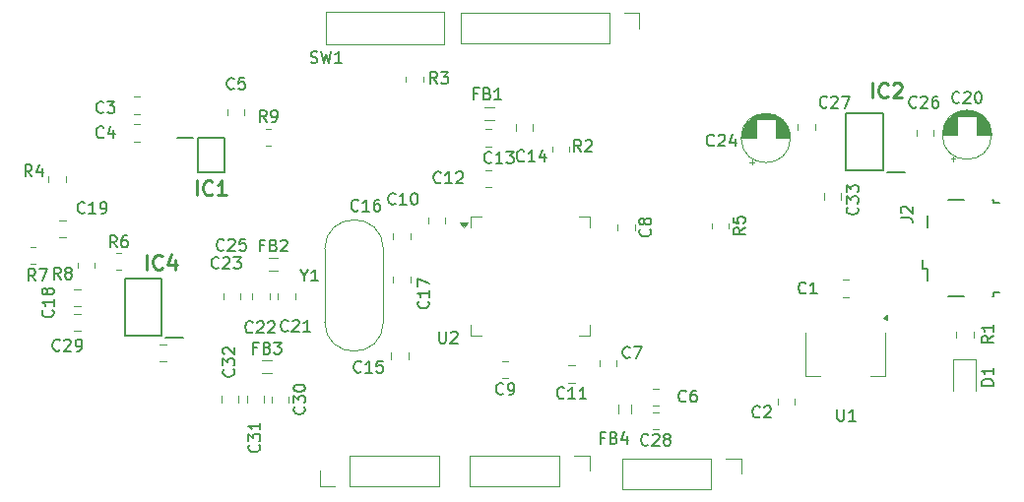
<source format=gbr>
%TF.GenerationSoftware,KiCad,Pcbnew,8.0.0*%
%TF.CreationDate,2024-09-24T20:53:31+02:00*%
%TF.ProjectId,imp_measure,696d705f-6d65-4617-9375-72652e6b6963,rev?*%
%TF.SameCoordinates,Original*%
%TF.FileFunction,Legend,Top*%
%TF.FilePolarity,Positive*%
%FSLAX46Y46*%
G04 Gerber Fmt 4.6, Leading zero omitted, Abs format (unit mm)*
G04 Created by KiCad (PCBNEW 8.0.0) date 2024-09-24 20:53:31*
%MOMM*%
%LPD*%
G01*
G04 APERTURE LIST*
%ADD10C,0.150000*%
%ADD11C,0.254000*%
%ADD12C,0.120000*%
%ADD13C,0.200000*%
G04 APERTURE END LIST*
D10*
X172165180Y-75115657D02*
X172212800Y-75163276D01*
X172212800Y-75163276D02*
X172260419Y-75306133D01*
X172260419Y-75306133D02*
X172260419Y-75401371D01*
X172260419Y-75401371D02*
X172212800Y-75544228D01*
X172212800Y-75544228D02*
X172117561Y-75639466D01*
X172117561Y-75639466D02*
X172022323Y-75687085D01*
X172022323Y-75687085D02*
X171831847Y-75734704D01*
X171831847Y-75734704D02*
X171688990Y-75734704D01*
X171688990Y-75734704D02*
X171498514Y-75687085D01*
X171498514Y-75687085D02*
X171403276Y-75639466D01*
X171403276Y-75639466D02*
X171308038Y-75544228D01*
X171308038Y-75544228D02*
X171260419Y-75401371D01*
X171260419Y-75401371D02*
X171260419Y-75306133D01*
X171260419Y-75306133D02*
X171308038Y-75163276D01*
X171308038Y-75163276D02*
X171355657Y-75115657D01*
X171260419Y-74782323D02*
X171260419Y-74163276D01*
X171260419Y-74163276D02*
X171641371Y-74496609D01*
X171641371Y-74496609D02*
X171641371Y-74353752D01*
X171641371Y-74353752D02*
X171688990Y-74258514D01*
X171688990Y-74258514D02*
X171736609Y-74210895D01*
X171736609Y-74210895D02*
X171831847Y-74163276D01*
X171831847Y-74163276D02*
X172069942Y-74163276D01*
X172069942Y-74163276D02*
X172165180Y-74210895D01*
X172165180Y-74210895D02*
X172212800Y-74258514D01*
X172212800Y-74258514D02*
X172260419Y-74353752D01*
X172260419Y-74353752D02*
X172260419Y-74639466D01*
X172260419Y-74639466D02*
X172212800Y-74734704D01*
X172212800Y-74734704D02*
X172165180Y-74782323D01*
X171260419Y-73829942D02*
X171260419Y-73210895D01*
X171260419Y-73210895D02*
X171641371Y-73544228D01*
X171641371Y-73544228D02*
X171641371Y-73401371D01*
X171641371Y-73401371D02*
X171688990Y-73306133D01*
X171688990Y-73306133D02*
X171736609Y-73258514D01*
X171736609Y-73258514D02*
X171831847Y-73210895D01*
X171831847Y-73210895D02*
X172069942Y-73210895D01*
X172069942Y-73210895D02*
X172165180Y-73258514D01*
X172165180Y-73258514D02*
X172212800Y-73306133D01*
X172212800Y-73306133D02*
X172260419Y-73401371D01*
X172260419Y-73401371D02*
X172260419Y-73687085D01*
X172260419Y-73687085D02*
X172212800Y-73782323D01*
X172212800Y-73782323D02*
X172165180Y-73829942D01*
X124623809Y-80978628D02*
X124623809Y-81454819D01*
X124290476Y-80454819D02*
X124623809Y-80978628D01*
X124623809Y-80978628D02*
X124957142Y-80454819D01*
X125814285Y-81454819D02*
X125242857Y-81454819D01*
X125528571Y-81454819D02*
X125528571Y-80454819D01*
X125528571Y-80454819D02*
X125433333Y-80597676D01*
X125433333Y-80597676D02*
X125338095Y-80692914D01*
X125338095Y-80692914D02*
X125242857Y-80740533D01*
X118526580Y-89058857D02*
X118574200Y-89106476D01*
X118574200Y-89106476D02*
X118621819Y-89249333D01*
X118621819Y-89249333D02*
X118621819Y-89344571D01*
X118621819Y-89344571D02*
X118574200Y-89487428D01*
X118574200Y-89487428D02*
X118478961Y-89582666D01*
X118478961Y-89582666D02*
X118383723Y-89630285D01*
X118383723Y-89630285D02*
X118193247Y-89677904D01*
X118193247Y-89677904D02*
X118050390Y-89677904D01*
X118050390Y-89677904D02*
X117859914Y-89630285D01*
X117859914Y-89630285D02*
X117764676Y-89582666D01*
X117764676Y-89582666D02*
X117669438Y-89487428D01*
X117669438Y-89487428D02*
X117621819Y-89344571D01*
X117621819Y-89344571D02*
X117621819Y-89249333D01*
X117621819Y-89249333D02*
X117669438Y-89106476D01*
X117669438Y-89106476D02*
X117717057Y-89058857D01*
X117621819Y-88725523D02*
X117621819Y-88106476D01*
X117621819Y-88106476D02*
X118002771Y-88439809D01*
X118002771Y-88439809D02*
X118002771Y-88296952D01*
X118002771Y-88296952D02*
X118050390Y-88201714D01*
X118050390Y-88201714D02*
X118098009Y-88154095D01*
X118098009Y-88154095D02*
X118193247Y-88106476D01*
X118193247Y-88106476D02*
X118431342Y-88106476D01*
X118431342Y-88106476D02*
X118526580Y-88154095D01*
X118526580Y-88154095D02*
X118574200Y-88201714D01*
X118574200Y-88201714D02*
X118621819Y-88296952D01*
X118621819Y-88296952D02*
X118621819Y-88582666D01*
X118621819Y-88582666D02*
X118574200Y-88677904D01*
X118574200Y-88677904D02*
X118526580Y-88725523D01*
X117717057Y-87725523D02*
X117669438Y-87677904D01*
X117669438Y-87677904D02*
X117621819Y-87582666D01*
X117621819Y-87582666D02*
X117621819Y-87344571D01*
X117621819Y-87344571D02*
X117669438Y-87249333D01*
X117669438Y-87249333D02*
X117717057Y-87201714D01*
X117717057Y-87201714D02*
X117812295Y-87154095D01*
X117812295Y-87154095D02*
X117907533Y-87154095D01*
X117907533Y-87154095D02*
X118050390Y-87201714D01*
X118050390Y-87201714D02*
X118621819Y-87773142D01*
X118621819Y-87773142D02*
X118621819Y-87154095D01*
X175904819Y-76033333D02*
X176619104Y-76033333D01*
X176619104Y-76033333D02*
X176761961Y-76080952D01*
X176761961Y-76080952D02*
X176857200Y-76176190D01*
X176857200Y-76176190D02*
X176904819Y-76319047D01*
X176904819Y-76319047D02*
X176904819Y-76414285D01*
X176000057Y-75604761D02*
X175952438Y-75557142D01*
X175952438Y-75557142D02*
X175904819Y-75461904D01*
X175904819Y-75461904D02*
X175904819Y-75223809D01*
X175904819Y-75223809D02*
X175952438Y-75128571D01*
X175952438Y-75128571D02*
X176000057Y-75080952D01*
X176000057Y-75080952D02*
X176095295Y-75033333D01*
X176095295Y-75033333D02*
X176190533Y-75033333D01*
X176190533Y-75033333D02*
X176333390Y-75080952D01*
X176333390Y-75080952D02*
X176904819Y-75652380D01*
X176904819Y-75652380D02*
X176904819Y-75033333D01*
X101197333Y-72454819D02*
X100864000Y-71978628D01*
X100625905Y-72454819D02*
X100625905Y-71454819D01*
X100625905Y-71454819D02*
X101006857Y-71454819D01*
X101006857Y-71454819D02*
X101102095Y-71502438D01*
X101102095Y-71502438D02*
X101149714Y-71550057D01*
X101149714Y-71550057D02*
X101197333Y-71645295D01*
X101197333Y-71645295D02*
X101197333Y-71788152D01*
X101197333Y-71788152D02*
X101149714Y-71883390D01*
X101149714Y-71883390D02*
X101102095Y-71931009D01*
X101102095Y-71931009D02*
X101006857Y-71978628D01*
X101006857Y-71978628D02*
X100625905Y-71978628D01*
X102054476Y-71788152D02*
X102054476Y-72454819D01*
X101816381Y-71407200D02*
X101578286Y-72121485D01*
X101578286Y-72121485D02*
X102197333Y-72121485D01*
X125166667Y-62647200D02*
X125309524Y-62694819D01*
X125309524Y-62694819D02*
X125547619Y-62694819D01*
X125547619Y-62694819D02*
X125642857Y-62647200D01*
X125642857Y-62647200D02*
X125690476Y-62599580D01*
X125690476Y-62599580D02*
X125738095Y-62504342D01*
X125738095Y-62504342D02*
X125738095Y-62409104D01*
X125738095Y-62409104D02*
X125690476Y-62313866D01*
X125690476Y-62313866D02*
X125642857Y-62266247D01*
X125642857Y-62266247D02*
X125547619Y-62218628D01*
X125547619Y-62218628D02*
X125357143Y-62171009D01*
X125357143Y-62171009D02*
X125261905Y-62123390D01*
X125261905Y-62123390D02*
X125214286Y-62075771D01*
X125214286Y-62075771D02*
X125166667Y-61980533D01*
X125166667Y-61980533D02*
X125166667Y-61885295D01*
X125166667Y-61885295D02*
X125214286Y-61790057D01*
X125214286Y-61790057D02*
X125261905Y-61742438D01*
X125261905Y-61742438D02*
X125357143Y-61694819D01*
X125357143Y-61694819D02*
X125595238Y-61694819D01*
X125595238Y-61694819D02*
X125738095Y-61742438D01*
X126071429Y-61694819D02*
X126309524Y-62694819D01*
X126309524Y-62694819D02*
X126500000Y-61980533D01*
X126500000Y-61980533D02*
X126690476Y-62694819D01*
X126690476Y-62694819D02*
X126928572Y-61694819D01*
X127833333Y-62694819D02*
X127261905Y-62694819D01*
X127547619Y-62694819D02*
X127547619Y-61694819D01*
X127547619Y-61694819D02*
X127452381Y-61837676D01*
X127452381Y-61837676D02*
X127357143Y-61932914D01*
X127357143Y-61932914D02*
X127261905Y-61980533D01*
X163783333Y-93109580D02*
X163735714Y-93157200D01*
X163735714Y-93157200D02*
X163592857Y-93204819D01*
X163592857Y-93204819D02*
X163497619Y-93204819D01*
X163497619Y-93204819D02*
X163354762Y-93157200D01*
X163354762Y-93157200D02*
X163259524Y-93061961D01*
X163259524Y-93061961D02*
X163211905Y-92966723D01*
X163211905Y-92966723D02*
X163164286Y-92776247D01*
X163164286Y-92776247D02*
X163164286Y-92633390D01*
X163164286Y-92633390D02*
X163211905Y-92442914D01*
X163211905Y-92442914D02*
X163259524Y-92347676D01*
X163259524Y-92347676D02*
X163354762Y-92252438D01*
X163354762Y-92252438D02*
X163497619Y-92204819D01*
X163497619Y-92204819D02*
X163592857Y-92204819D01*
X163592857Y-92204819D02*
X163735714Y-92252438D01*
X163735714Y-92252438D02*
X163783333Y-92300057D01*
X164164286Y-92300057D02*
X164211905Y-92252438D01*
X164211905Y-92252438D02*
X164307143Y-92204819D01*
X164307143Y-92204819D02*
X164545238Y-92204819D01*
X164545238Y-92204819D02*
X164640476Y-92252438D01*
X164640476Y-92252438D02*
X164688095Y-92300057D01*
X164688095Y-92300057D02*
X164735714Y-92395295D01*
X164735714Y-92395295D02*
X164735714Y-92490533D01*
X164735714Y-92490533D02*
X164688095Y-92633390D01*
X164688095Y-92633390D02*
X164116667Y-93204819D01*
X164116667Y-93204819D02*
X164735714Y-93204819D01*
X101484133Y-81430019D02*
X101150800Y-80953828D01*
X100912705Y-81430019D02*
X100912705Y-80430019D01*
X100912705Y-80430019D02*
X101293657Y-80430019D01*
X101293657Y-80430019D02*
X101388895Y-80477638D01*
X101388895Y-80477638D02*
X101436514Y-80525257D01*
X101436514Y-80525257D02*
X101484133Y-80620495D01*
X101484133Y-80620495D02*
X101484133Y-80763352D01*
X101484133Y-80763352D02*
X101436514Y-80858590D01*
X101436514Y-80858590D02*
X101388895Y-80906209D01*
X101388895Y-80906209D02*
X101293657Y-80953828D01*
X101293657Y-80953828D02*
X100912705Y-80953828D01*
X101817467Y-80430019D02*
X102484133Y-80430019D01*
X102484133Y-80430019D02*
X102055562Y-81430019D01*
X154203999Y-95510580D02*
X154156380Y-95558200D01*
X154156380Y-95558200D02*
X154013523Y-95605819D01*
X154013523Y-95605819D02*
X153918285Y-95605819D01*
X153918285Y-95605819D02*
X153775428Y-95558200D01*
X153775428Y-95558200D02*
X153680190Y-95462961D01*
X153680190Y-95462961D02*
X153632571Y-95367723D01*
X153632571Y-95367723D02*
X153584952Y-95177247D01*
X153584952Y-95177247D02*
X153584952Y-95034390D01*
X153584952Y-95034390D02*
X153632571Y-94843914D01*
X153632571Y-94843914D02*
X153680190Y-94748676D01*
X153680190Y-94748676D02*
X153775428Y-94653438D01*
X153775428Y-94653438D02*
X153918285Y-94605819D01*
X153918285Y-94605819D02*
X154013523Y-94605819D01*
X154013523Y-94605819D02*
X154156380Y-94653438D01*
X154156380Y-94653438D02*
X154203999Y-94701057D01*
X154584952Y-94701057D02*
X154632571Y-94653438D01*
X154632571Y-94653438D02*
X154727809Y-94605819D01*
X154727809Y-94605819D02*
X154965904Y-94605819D01*
X154965904Y-94605819D02*
X155061142Y-94653438D01*
X155061142Y-94653438D02*
X155108761Y-94701057D01*
X155108761Y-94701057D02*
X155156380Y-94796295D01*
X155156380Y-94796295D02*
X155156380Y-94891533D01*
X155156380Y-94891533D02*
X155108761Y-95034390D01*
X155108761Y-95034390D02*
X154537333Y-95605819D01*
X154537333Y-95605819D02*
X155156380Y-95605819D01*
X155727809Y-95034390D02*
X155632571Y-94986771D01*
X155632571Y-94986771D02*
X155584952Y-94939152D01*
X155584952Y-94939152D02*
X155537333Y-94843914D01*
X155537333Y-94843914D02*
X155537333Y-94796295D01*
X155537333Y-94796295D02*
X155584952Y-94701057D01*
X155584952Y-94701057D02*
X155632571Y-94653438D01*
X155632571Y-94653438D02*
X155727809Y-94605819D01*
X155727809Y-94605819D02*
X155918285Y-94605819D01*
X155918285Y-94605819D02*
X156013523Y-94653438D01*
X156013523Y-94653438D02*
X156061142Y-94701057D01*
X156061142Y-94701057D02*
X156108761Y-94796295D01*
X156108761Y-94796295D02*
X156108761Y-94843914D01*
X156108761Y-94843914D02*
X156061142Y-94939152D01*
X156061142Y-94939152D02*
X156013523Y-94986771D01*
X156013523Y-94986771D02*
X155918285Y-95034390D01*
X155918285Y-95034390D02*
X155727809Y-95034390D01*
X155727809Y-95034390D02*
X155632571Y-95082009D01*
X155632571Y-95082009D02*
X155584952Y-95129628D01*
X155584952Y-95129628D02*
X155537333Y-95224866D01*
X155537333Y-95224866D02*
X155537333Y-95415342D01*
X155537333Y-95415342D02*
X155584952Y-95510580D01*
X155584952Y-95510580D02*
X155632571Y-95558200D01*
X155632571Y-95558200D02*
X155727809Y-95605819D01*
X155727809Y-95605819D02*
X155918285Y-95605819D01*
X155918285Y-95605819D02*
X156013523Y-95558200D01*
X156013523Y-95558200D02*
X156061142Y-95510580D01*
X156061142Y-95510580D02*
X156108761Y-95415342D01*
X156108761Y-95415342D02*
X156108761Y-95224866D01*
X156108761Y-95224866D02*
X156061142Y-95129628D01*
X156061142Y-95129628D02*
X156013523Y-95082009D01*
X156013523Y-95082009D02*
X155918285Y-95034390D01*
X146951942Y-91486979D02*
X146904323Y-91534599D01*
X146904323Y-91534599D02*
X146761466Y-91582218D01*
X146761466Y-91582218D02*
X146666228Y-91582218D01*
X146666228Y-91582218D02*
X146523371Y-91534599D01*
X146523371Y-91534599D02*
X146428133Y-91439360D01*
X146428133Y-91439360D02*
X146380514Y-91344122D01*
X146380514Y-91344122D02*
X146332895Y-91153646D01*
X146332895Y-91153646D02*
X146332895Y-91010789D01*
X146332895Y-91010789D02*
X146380514Y-90820313D01*
X146380514Y-90820313D02*
X146428133Y-90725075D01*
X146428133Y-90725075D02*
X146523371Y-90629837D01*
X146523371Y-90629837D02*
X146666228Y-90582218D01*
X146666228Y-90582218D02*
X146761466Y-90582218D01*
X146761466Y-90582218D02*
X146904323Y-90629837D01*
X146904323Y-90629837D02*
X146951942Y-90677456D01*
X147904323Y-91582218D02*
X147332895Y-91582218D01*
X147618609Y-91582218D02*
X147618609Y-90582218D01*
X147618609Y-90582218D02*
X147523371Y-90725075D01*
X147523371Y-90725075D02*
X147428133Y-90820313D01*
X147428133Y-90820313D02*
X147332895Y-90867932D01*
X148856704Y-91582218D02*
X148285276Y-91582218D01*
X148570990Y-91582218D02*
X148570990Y-90582218D01*
X148570990Y-90582218D02*
X148475752Y-90725075D01*
X148475752Y-90725075D02*
X148380514Y-90820313D01*
X148380514Y-90820313D02*
X148285276Y-90867932D01*
X141733333Y-91139580D02*
X141685714Y-91187200D01*
X141685714Y-91187200D02*
X141542857Y-91234819D01*
X141542857Y-91234819D02*
X141447619Y-91234819D01*
X141447619Y-91234819D02*
X141304762Y-91187200D01*
X141304762Y-91187200D02*
X141209524Y-91091961D01*
X141209524Y-91091961D02*
X141161905Y-90996723D01*
X141161905Y-90996723D02*
X141114286Y-90806247D01*
X141114286Y-90806247D02*
X141114286Y-90663390D01*
X141114286Y-90663390D02*
X141161905Y-90472914D01*
X141161905Y-90472914D02*
X141209524Y-90377676D01*
X141209524Y-90377676D02*
X141304762Y-90282438D01*
X141304762Y-90282438D02*
X141447619Y-90234819D01*
X141447619Y-90234819D02*
X141542857Y-90234819D01*
X141542857Y-90234819D02*
X141685714Y-90282438D01*
X141685714Y-90282438D02*
X141733333Y-90330057D01*
X142209524Y-91234819D02*
X142400000Y-91234819D01*
X142400000Y-91234819D02*
X142495238Y-91187200D01*
X142495238Y-91187200D02*
X142542857Y-91139580D01*
X142542857Y-91139580D02*
X142638095Y-90996723D01*
X142638095Y-90996723D02*
X142685714Y-90806247D01*
X142685714Y-90806247D02*
X142685714Y-90425295D01*
X142685714Y-90425295D02*
X142638095Y-90330057D01*
X142638095Y-90330057D02*
X142590476Y-90282438D01*
X142590476Y-90282438D02*
X142495238Y-90234819D01*
X142495238Y-90234819D02*
X142304762Y-90234819D01*
X142304762Y-90234819D02*
X142209524Y-90282438D01*
X142209524Y-90282438D02*
X142161905Y-90330057D01*
X142161905Y-90330057D02*
X142114286Y-90425295D01*
X142114286Y-90425295D02*
X142114286Y-90663390D01*
X142114286Y-90663390D02*
X142161905Y-90758628D01*
X142161905Y-90758628D02*
X142209524Y-90806247D01*
X142209524Y-90806247D02*
X142304762Y-90853866D01*
X142304762Y-90853866D02*
X142495238Y-90853866D01*
X142495238Y-90853866D02*
X142590476Y-90806247D01*
X142590476Y-90806247D02*
X142638095Y-90758628D01*
X142638095Y-90758628D02*
X142685714Y-90663390D01*
X120723580Y-95561357D02*
X120771200Y-95608976D01*
X120771200Y-95608976D02*
X120818819Y-95751833D01*
X120818819Y-95751833D02*
X120818819Y-95847071D01*
X120818819Y-95847071D02*
X120771200Y-95989928D01*
X120771200Y-95989928D02*
X120675961Y-96085166D01*
X120675961Y-96085166D02*
X120580723Y-96132785D01*
X120580723Y-96132785D02*
X120390247Y-96180404D01*
X120390247Y-96180404D02*
X120247390Y-96180404D01*
X120247390Y-96180404D02*
X120056914Y-96132785D01*
X120056914Y-96132785D02*
X119961676Y-96085166D01*
X119961676Y-96085166D02*
X119866438Y-95989928D01*
X119866438Y-95989928D02*
X119818819Y-95847071D01*
X119818819Y-95847071D02*
X119818819Y-95751833D01*
X119818819Y-95751833D02*
X119866438Y-95608976D01*
X119866438Y-95608976D02*
X119914057Y-95561357D01*
X119818819Y-95228023D02*
X119818819Y-94608976D01*
X119818819Y-94608976D02*
X120199771Y-94942309D01*
X120199771Y-94942309D02*
X120199771Y-94799452D01*
X120199771Y-94799452D02*
X120247390Y-94704214D01*
X120247390Y-94704214D02*
X120295009Y-94656595D01*
X120295009Y-94656595D02*
X120390247Y-94608976D01*
X120390247Y-94608976D02*
X120628342Y-94608976D01*
X120628342Y-94608976D02*
X120723580Y-94656595D01*
X120723580Y-94656595D02*
X120771200Y-94704214D01*
X120771200Y-94704214D02*
X120818819Y-94799452D01*
X120818819Y-94799452D02*
X120818819Y-95085166D01*
X120818819Y-95085166D02*
X120771200Y-95180404D01*
X120771200Y-95180404D02*
X120723580Y-95228023D01*
X120818819Y-93656595D02*
X120818819Y-94228023D01*
X120818819Y-93942309D02*
X119818819Y-93942309D01*
X119818819Y-93942309D02*
X119961676Y-94037547D01*
X119961676Y-94037547D02*
X120056914Y-94132785D01*
X120056914Y-94132785D02*
X120104533Y-94228023D01*
X136357142Y-72959580D02*
X136309523Y-73007200D01*
X136309523Y-73007200D02*
X136166666Y-73054819D01*
X136166666Y-73054819D02*
X136071428Y-73054819D01*
X136071428Y-73054819D02*
X135928571Y-73007200D01*
X135928571Y-73007200D02*
X135833333Y-72911961D01*
X135833333Y-72911961D02*
X135785714Y-72816723D01*
X135785714Y-72816723D02*
X135738095Y-72626247D01*
X135738095Y-72626247D02*
X135738095Y-72483390D01*
X135738095Y-72483390D02*
X135785714Y-72292914D01*
X135785714Y-72292914D02*
X135833333Y-72197676D01*
X135833333Y-72197676D02*
X135928571Y-72102438D01*
X135928571Y-72102438D02*
X136071428Y-72054819D01*
X136071428Y-72054819D02*
X136166666Y-72054819D01*
X136166666Y-72054819D02*
X136309523Y-72102438D01*
X136309523Y-72102438D02*
X136357142Y-72150057D01*
X137309523Y-73054819D02*
X136738095Y-73054819D01*
X137023809Y-73054819D02*
X137023809Y-72054819D01*
X137023809Y-72054819D02*
X136928571Y-72197676D01*
X136928571Y-72197676D02*
X136833333Y-72292914D01*
X136833333Y-72292914D02*
X136738095Y-72340533D01*
X137690476Y-72150057D02*
X137738095Y-72102438D01*
X137738095Y-72102438D02*
X137833333Y-72054819D01*
X137833333Y-72054819D02*
X138071428Y-72054819D01*
X138071428Y-72054819D02*
X138166666Y-72102438D01*
X138166666Y-72102438D02*
X138214285Y-72150057D01*
X138214285Y-72150057D02*
X138261904Y-72245295D01*
X138261904Y-72245295D02*
X138261904Y-72340533D01*
X138261904Y-72340533D02*
X138214285Y-72483390D01*
X138214285Y-72483390D02*
X137642857Y-73054819D01*
X137642857Y-73054819D02*
X138261904Y-73054819D01*
X162504819Y-76866666D02*
X162028628Y-77199999D01*
X162504819Y-77438094D02*
X161504819Y-77438094D01*
X161504819Y-77438094D02*
X161504819Y-77057142D01*
X161504819Y-77057142D02*
X161552438Y-76961904D01*
X161552438Y-76961904D02*
X161600057Y-76914285D01*
X161600057Y-76914285D02*
X161695295Y-76866666D01*
X161695295Y-76866666D02*
X161838152Y-76866666D01*
X161838152Y-76866666D02*
X161933390Y-76914285D01*
X161933390Y-76914285D02*
X161981009Y-76961904D01*
X161981009Y-76961904D02*
X162028628Y-77057142D01*
X162028628Y-77057142D02*
X162028628Y-77438094D01*
X161504819Y-75961904D02*
X161504819Y-76438094D01*
X161504819Y-76438094D02*
X161981009Y-76485713D01*
X161981009Y-76485713D02*
X161933390Y-76438094D01*
X161933390Y-76438094D02*
X161885771Y-76342856D01*
X161885771Y-76342856D02*
X161885771Y-76104761D01*
X161885771Y-76104761D02*
X161933390Y-76009523D01*
X161933390Y-76009523D02*
X161981009Y-75961904D01*
X161981009Y-75961904D02*
X162076247Y-75914285D01*
X162076247Y-75914285D02*
X162314342Y-75914285D01*
X162314342Y-75914285D02*
X162409580Y-75961904D01*
X162409580Y-75961904D02*
X162457200Y-76009523D01*
X162457200Y-76009523D02*
X162504819Y-76104761D01*
X162504819Y-76104761D02*
X162504819Y-76342856D01*
X162504819Y-76342856D02*
X162457200Y-76438094D01*
X162457200Y-76438094D02*
X162409580Y-76485713D01*
X180957142Y-66059581D02*
X180909523Y-66107201D01*
X180909523Y-66107201D02*
X180766666Y-66154820D01*
X180766666Y-66154820D02*
X180671428Y-66154820D01*
X180671428Y-66154820D02*
X180528571Y-66107201D01*
X180528571Y-66107201D02*
X180433333Y-66011962D01*
X180433333Y-66011962D02*
X180385714Y-65916724D01*
X180385714Y-65916724D02*
X180338095Y-65726248D01*
X180338095Y-65726248D02*
X180338095Y-65583391D01*
X180338095Y-65583391D02*
X180385714Y-65392915D01*
X180385714Y-65392915D02*
X180433333Y-65297677D01*
X180433333Y-65297677D02*
X180528571Y-65202439D01*
X180528571Y-65202439D02*
X180671428Y-65154820D01*
X180671428Y-65154820D02*
X180766666Y-65154820D01*
X180766666Y-65154820D02*
X180909523Y-65202439D01*
X180909523Y-65202439D02*
X180957142Y-65250058D01*
X181338095Y-65250058D02*
X181385714Y-65202439D01*
X181385714Y-65202439D02*
X181480952Y-65154820D01*
X181480952Y-65154820D02*
X181719047Y-65154820D01*
X181719047Y-65154820D02*
X181814285Y-65202439D01*
X181814285Y-65202439D02*
X181861904Y-65250058D01*
X181861904Y-65250058D02*
X181909523Y-65345296D01*
X181909523Y-65345296D02*
X181909523Y-65440534D01*
X181909523Y-65440534D02*
X181861904Y-65583391D01*
X181861904Y-65583391D02*
X181290476Y-66154820D01*
X181290476Y-66154820D02*
X181909523Y-66154820D01*
X182528571Y-65154820D02*
X182623809Y-65154820D01*
X182623809Y-65154820D02*
X182719047Y-65202439D01*
X182719047Y-65202439D02*
X182766666Y-65250058D01*
X182766666Y-65250058D02*
X182814285Y-65345296D01*
X182814285Y-65345296D02*
X182861904Y-65535772D01*
X182861904Y-65535772D02*
X182861904Y-65773867D01*
X182861904Y-65773867D02*
X182814285Y-65964343D01*
X182814285Y-65964343D02*
X182766666Y-66059581D01*
X182766666Y-66059581D02*
X182719047Y-66107201D01*
X182719047Y-66107201D02*
X182623809Y-66154820D01*
X182623809Y-66154820D02*
X182528571Y-66154820D01*
X182528571Y-66154820D02*
X182433333Y-66107201D01*
X182433333Y-66107201D02*
X182385714Y-66059581D01*
X182385714Y-66059581D02*
X182338095Y-65964343D01*
X182338095Y-65964343D02*
X182290476Y-65773867D01*
X182290476Y-65773867D02*
X182290476Y-65535772D01*
X182290476Y-65535772D02*
X182338095Y-65345296D01*
X182338095Y-65345296D02*
X182385714Y-65250058D01*
X182385714Y-65250058D02*
X182433333Y-65202439D01*
X182433333Y-65202439D02*
X182528571Y-65154820D01*
X157433333Y-91759580D02*
X157385714Y-91807200D01*
X157385714Y-91807200D02*
X157242857Y-91854819D01*
X157242857Y-91854819D02*
X157147619Y-91854819D01*
X157147619Y-91854819D02*
X157004762Y-91807200D01*
X157004762Y-91807200D02*
X156909524Y-91711961D01*
X156909524Y-91711961D02*
X156861905Y-91616723D01*
X156861905Y-91616723D02*
X156814286Y-91426247D01*
X156814286Y-91426247D02*
X156814286Y-91283390D01*
X156814286Y-91283390D02*
X156861905Y-91092914D01*
X156861905Y-91092914D02*
X156909524Y-90997676D01*
X156909524Y-90997676D02*
X157004762Y-90902438D01*
X157004762Y-90902438D02*
X157147619Y-90854819D01*
X157147619Y-90854819D02*
X157242857Y-90854819D01*
X157242857Y-90854819D02*
X157385714Y-90902438D01*
X157385714Y-90902438D02*
X157433333Y-90950057D01*
X158290476Y-90854819D02*
X158100000Y-90854819D01*
X158100000Y-90854819D02*
X158004762Y-90902438D01*
X158004762Y-90902438D02*
X157957143Y-90950057D01*
X157957143Y-90950057D02*
X157861905Y-91092914D01*
X157861905Y-91092914D02*
X157814286Y-91283390D01*
X157814286Y-91283390D02*
X157814286Y-91664342D01*
X157814286Y-91664342D02*
X157861905Y-91759580D01*
X157861905Y-91759580D02*
X157909524Y-91807200D01*
X157909524Y-91807200D02*
X158004762Y-91854819D01*
X158004762Y-91854819D02*
X158195238Y-91854819D01*
X158195238Y-91854819D02*
X158290476Y-91807200D01*
X158290476Y-91807200D02*
X158338095Y-91759580D01*
X158338095Y-91759580D02*
X158385714Y-91664342D01*
X158385714Y-91664342D02*
X158385714Y-91426247D01*
X158385714Y-91426247D02*
X158338095Y-91331009D01*
X158338095Y-91331009D02*
X158290476Y-91283390D01*
X158290476Y-91283390D02*
X158195238Y-91235771D01*
X158195238Y-91235771D02*
X158004762Y-91235771D01*
X158004762Y-91235771D02*
X157909524Y-91283390D01*
X157909524Y-91283390D02*
X157861905Y-91331009D01*
X157861905Y-91331009D02*
X157814286Y-91426247D01*
X136232895Y-85802218D02*
X136232895Y-86611741D01*
X136232895Y-86611741D02*
X136280514Y-86706979D01*
X136280514Y-86706979D02*
X136328133Y-86754599D01*
X136328133Y-86754599D02*
X136423371Y-86802218D01*
X136423371Y-86802218D02*
X136613847Y-86802218D01*
X136613847Y-86802218D02*
X136709085Y-86754599D01*
X136709085Y-86754599D02*
X136756704Y-86706979D01*
X136756704Y-86706979D02*
X136804323Y-86611741D01*
X136804323Y-86611741D02*
X136804323Y-85802218D01*
X137232895Y-85897456D02*
X137280514Y-85849837D01*
X137280514Y-85849837D02*
X137375752Y-85802218D01*
X137375752Y-85802218D02*
X137613847Y-85802218D01*
X137613847Y-85802218D02*
X137709085Y-85849837D01*
X137709085Y-85849837D02*
X137756704Y-85897456D01*
X137756704Y-85897456D02*
X137804323Y-85992694D01*
X137804323Y-85992694D02*
X137804323Y-86087932D01*
X137804323Y-86087932D02*
X137756704Y-86230789D01*
X137756704Y-86230789D02*
X137185276Y-86802218D01*
X137185276Y-86802218D02*
X137804323Y-86802218D01*
X152614333Y-87989580D02*
X152566714Y-88037200D01*
X152566714Y-88037200D02*
X152423857Y-88084819D01*
X152423857Y-88084819D02*
X152328619Y-88084819D01*
X152328619Y-88084819D02*
X152185762Y-88037200D01*
X152185762Y-88037200D02*
X152090524Y-87941961D01*
X152090524Y-87941961D02*
X152042905Y-87846723D01*
X152042905Y-87846723D02*
X151995286Y-87656247D01*
X151995286Y-87656247D02*
X151995286Y-87513390D01*
X151995286Y-87513390D02*
X152042905Y-87322914D01*
X152042905Y-87322914D02*
X152090524Y-87227676D01*
X152090524Y-87227676D02*
X152185762Y-87132438D01*
X152185762Y-87132438D02*
X152328619Y-87084819D01*
X152328619Y-87084819D02*
X152423857Y-87084819D01*
X152423857Y-87084819D02*
X152566714Y-87132438D01*
X152566714Y-87132438D02*
X152614333Y-87180057D01*
X152947667Y-87084819D02*
X153614333Y-87084819D01*
X153614333Y-87084819D02*
X153185762Y-88084819D01*
X148423333Y-70304819D02*
X148090000Y-69828628D01*
X147851905Y-70304819D02*
X147851905Y-69304819D01*
X147851905Y-69304819D02*
X148232857Y-69304819D01*
X148232857Y-69304819D02*
X148328095Y-69352438D01*
X148328095Y-69352438D02*
X148375714Y-69400057D01*
X148375714Y-69400057D02*
X148423333Y-69495295D01*
X148423333Y-69495295D02*
X148423333Y-69638152D01*
X148423333Y-69638152D02*
X148375714Y-69733390D01*
X148375714Y-69733390D02*
X148328095Y-69781009D01*
X148328095Y-69781009D02*
X148232857Y-69828628D01*
X148232857Y-69828628D02*
X147851905Y-69828628D01*
X148804286Y-69400057D02*
X148851905Y-69352438D01*
X148851905Y-69352438D02*
X148947143Y-69304819D01*
X148947143Y-69304819D02*
X149185238Y-69304819D01*
X149185238Y-69304819D02*
X149280476Y-69352438D01*
X149280476Y-69352438D02*
X149328095Y-69400057D01*
X149328095Y-69400057D02*
X149375714Y-69495295D01*
X149375714Y-69495295D02*
X149375714Y-69590533D01*
X149375714Y-69590533D02*
X149328095Y-69733390D01*
X149328095Y-69733390D02*
X148756667Y-70304819D01*
X148756667Y-70304819D02*
X149375714Y-70304819D01*
X117703142Y-78748580D02*
X117655523Y-78796200D01*
X117655523Y-78796200D02*
X117512666Y-78843819D01*
X117512666Y-78843819D02*
X117417428Y-78843819D01*
X117417428Y-78843819D02*
X117274571Y-78796200D01*
X117274571Y-78796200D02*
X117179333Y-78700961D01*
X117179333Y-78700961D02*
X117131714Y-78605723D01*
X117131714Y-78605723D02*
X117084095Y-78415247D01*
X117084095Y-78415247D02*
X117084095Y-78272390D01*
X117084095Y-78272390D02*
X117131714Y-78081914D01*
X117131714Y-78081914D02*
X117179333Y-77986676D01*
X117179333Y-77986676D02*
X117274571Y-77891438D01*
X117274571Y-77891438D02*
X117417428Y-77843819D01*
X117417428Y-77843819D02*
X117512666Y-77843819D01*
X117512666Y-77843819D02*
X117655523Y-77891438D01*
X117655523Y-77891438D02*
X117703142Y-77939057D01*
X118084095Y-77939057D02*
X118131714Y-77891438D01*
X118131714Y-77891438D02*
X118226952Y-77843819D01*
X118226952Y-77843819D02*
X118465047Y-77843819D01*
X118465047Y-77843819D02*
X118560285Y-77891438D01*
X118560285Y-77891438D02*
X118607904Y-77939057D01*
X118607904Y-77939057D02*
X118655523Y-78034295D01*
X118655523Y-78034295D02*
X118655523Y-78129533D01*
X118655523Y-78129533D02*
X118607904Y-78272390D01*
X118607904Y-78272390D02*
X118036476Y-78843819D01*
X118036476Y-78843819D02*
X118655523Y-78843819D01*
X119560285Y-77843819D02*
X119084095Y-77843819D01*
X119084095Y-77843819D02*
X119036476Y-78320009D01*
X119036476Y-78320009D02*
X119084095Y-78272390D01*
X119084095Y-78272390D02*
X119179333Y-78224771D01*
X119179333Y-78224771D02*
X119417428Y-78224771D01*
X119417428Y-78224771D02*
X119512666Y-78272390D01*
X119512666Y-78272390D02*
X119560285Y-78320009D01*
X119560285Y-78320009D02*
X119607904Y-78415247D01*
X119607904Y-78415247D02*
X119607904Y-78653342D01*
X119607904Y-78653342D02*
X119560285Y-78748580D01*
X119560285Y-78748580D02*
X119512666Y-78796200D01*
X119512666Y-78796200D02*
X119417428Y-78843819D01*
X119417428Y-78843819D02*
X119179333Y-78843819D01*
X119179333Y-78843819D02*
X119084095Y-78796200D01*
X119084095Y-78796200D02*
X119036476Y-78748580D01*
X102975580Y-83954857D02*
X103023200Y-84002476D01*
X103023200Y-84002476D02*
X103070819Y-84145333D01*
X103070819Y-84145333D02*
X103070819Y-84240571D01*
X103070819Y-84240571D02*
X103023200Y-84383428D01*
X103023200Y-84383428D02*
X102927961Y-84478666D01*
X102927961Y-84478666D02*
X102832723Y-84526285D01*
X102832723Y-84526285D02*
X102642247Y-84573904D01*
X102642247Y-84573904D02*
X102499390Y-84573904D01*
X102499390Y-84573904D02*
X102308914Y-84526285D01*
X102308914Y-84526285D02*
X102213676Y-84478666D01*
X102213676Y-84478666D02*
X102118438Y-84383428D01*
X102118438Y-84383428D02*
X102070819Y-84240571D01*
X102070819Y-84240571D02*
X102070819Y-84145333D01*
X102070819Y-84145333D02*
X102118438Y-84002476D01*
X102118438Y-84002476D02*
X102166057Y-83954857D01*
X103070819Y-83002476D02*
X103070819Y-83573904D01*
X103070819Y-83288190D02*
X102070819Y-83288190D01*
X102070819Y-83288190D02*
X102213676Y-83383428D01*
X102213676Y-83383428D02*
X102308914Y-83478666D01*
X102308914Y-83478666D02*
X102356533Y-83573904D01*
X102499390Y-82431047D02*
X102451771Y-82526285D01*
X102451771Y-82526285D02*
X102404152Y-82573904D01*
X102404152Y-82573904D02*
X102308914Y-82621523D01*
X102308914Y-82621523D02*
X102261295Y-82621523D01*
X102261295Y-82621523D02*
X102166057Y-82573904D01*
X102166057Y-82573904D02*
X102118438Y-82526285D01*
X102118438Y-82526285D02*
X102070819Y-82431047D01*
X102070819Y-82431047D02*
X102070819Y-82240571D01*
X102070819Y-82240571D02*
X102118438Y-82145333D01*
X102118438Y-82145333D02*
X102166057Y-82097714D01*
X102166057Y-82097714D02*
X102261295Y-82050095D01*
X102261295Y-82050095D02*
X102308914Y-82050095D01*
X102308914Y-82050095D02*
X102404152Y-82097714D01*
X102404152Y-82097714D02*
X102451771Y-82145333D01*
X102451771Y-82145333D02*
X102499390Y-82240571D01*
X102499390Y-82240571D02*
X102499390Y-82431047D01*
X102499390Y-82431047D02*
X102547009Y-82526285D01*
X102547009Y-82526285D02*
X102594628Y-82573904D01*
X102594628Y-82573904D02*
X102689866Y-82621523D01*
X102689866Y-82621523D02*
X102880342Y-82621523D01*
X102880342Y-82621523D02*
X102975580Y-82573904D01*
X102975580Y-82573904D02*
X103023200Y-82526285D01*
X103023200Y-82526285D02*
X103070819Y-82431047D01*
X103070819Y-82431047D02*
X103070819Y-82240571D01*
X103070819Y-82240571D02*
X103023200Y-82145333D01*
X103023200Y-82145333D02*
X102975580Y-82097714D01*
X102975580Y-82097714D02*
X102880342Y-82050095D01*
X102880342Y-82050095D02*
X102689866Y-82050095D01*
X102689866Y-82050095D02*
X102594628Y-82097714D01*
X102594628Y-82097714D02*
X102547009Y-82145333D01*
X102547009Y-82145333D02*
X102499390Y-82240571D01*
X123222142Y-85703580D02*
X123174523Y-85751200D01*
X123174523Y-85751200D02*
X123031666Y-85798819D01*
X123031666Y-85798819D02*
X122936428Y-85798819D01*
X122936428Y-85798819D02*
X122793571Y-85751200D01*
X122793571Y-85751200D02*
X122698333Y-85655961D01*
X122698333Y-85655961D02*
X122650714Y-85560723D01*
X122650714Y-85560723D02*
X122603095Y-85370247D01*
X122603095Y-85370247D02*
X122603095Y-85227390D01*
X122603095Y-85227390D02*
X122650714Y-85036914D01*
X122650714Y-85036914D02*
X122698333Y-84941676D01*
X122698333Y-84941676D02*
X122793571Y-84846438D01*
X122793571Y-84846438D02*
X122936428Y-84798819D01*
X122936428Y-84798819D02*
X123031666Y-84798819D01*
X123031666Y-84798819D02*
X123174523Y-84846438D01*
X123174523Y-84846438D02*
X123222142Y-84894057D01*
X123603095Y-84894057D02*
X123650714Y-84846438D01*
X123650714Y-84846438D02*
X123745952Y-84798819D01*
X123745952Y-84798819D02*
X123984047Y-84798819D01*
X123984047Y-84798819D02*
X124079285Y-84846438D01*
X124079285Y-84846438D02*
X124126904Y-84894057D01*
X124126904Y-84894057D02*
X124174523Y-84989295D01*
X124174523Y-84989295D02*
X124174523Y-85084533D01*
X124174523Y-85084533D02*
X124126904Y-85227390D01*
X124126904Y-85227390D02*
X123555476Y-85798819D01*
X123555476Y-85798819D02*
X124174523Y-85798819D01*
X125126904Y-85798819D02*
X124555476Y-85798819D01*
X124841190Y-85798819D02*
X124841190Y-84798819D01*
X124841190Y-84798819D02*
X124745952Y-84941676D01*
X124745952Y-84941676D02*
X124650714Y-85036914D01*
X124650714Y-85036914D02*
X124555476Y-85084533D01*
X120174142Y-85830580D02*
X120126523Y-85878200D01*
X120126523Y-85878200D02*
X119983666Y-85925819D01*
X119983666Y-85925819D02*
X119888428Y-85925819D01*
X119888428Y-85925819D02*
X119745571Y-85878200D01*
X119745571Y-85878200D02*
X119650333Y-85782961D01*
X119650333Y-85782961D02*
X119602714Y-85687723D01*
X119602714Y-85687723D02*
X119555095Y-85497247D01*
X119555095Y-85497247D02*
X119555095Y-85354390D01*
X119555095Y-85354390D02*
X119602714Y-85163914D01*
X119602714Y-85163914D02*
X119650333Y-85068676D01*
X119650333Y-85068676D02*
X119745571Y-84973438D01*
X119745571Y-84973438D02*
X119888428Y-84925819D01*
X119888428Y-84925819D02*
X119983666Y-84925819D01*
X119983666Y-84925819D02*
X120126523Y-84973438D01*
X120126523Y-84973438D02*
X120174142Y-85021057D01*
X120555095Y-85021057D02*
X120602714Y-84973438D01*
X120602714Y-84973438D02*
X120697952Y-84925819D01*
X120697952Y-84925819D02*
X120936047Y-84925819D01*
X120936047Y-84925819D02*
X121031285Y-84973438D01*
X121031285Y-84973438D02*
X121078904Y-85021057D01*
X121078904Y-85021057D02*
X121126523Y-85116295D01*
X121126523Y-85116295D02*
X121126523Y-85211533D01*
X121126523Y-85211533D02*
X121078904Y-85354390D01*
X121078904Y-85354390D02*
X120507476Y-85925819D01*
X120507476Y-85925819D02*
X121126523Y-85925819D01*
X121507476Y-85021057D02*
X121555095Y-84973438D01*
X121555095Y-84973438D02*
X121650333Y-84925819D01*
X121650333Y-84925819D02*
X121888428Y-84925819D01*
X121888428Y-84925819D02*
X121983666Y-84973438D01*
X121983666Y-84973438D02*
X122031285Y-85021057D01*
X122031285Y-85021057D02*
X122078904Y-85116295D01*
X122078904Y-85116295D02*
X122078904Y-85211533D01*
X122078904Y-85211533D02*
X122031285Y-85354390D01*
X122031285Y-85354390D02*
X121459857Y-85925819D01*
X121459857Y-85925819D02*
X122078904Y-85925819D01*
X117261142Y-80302580D02*
X117213523Y-80350200D01*
X117213523Y-80350200D02*
X117070666Y-80397819D01*
X117070666Y-80397819D02*
X116975428Y-80397819D01*
X116975428Y-80397819D02*
X116832571Y-80350200D01*
X116832571Y-80350200D02*
X116737333Y-80254961D01*
X116737333Y-80254961D02*
X116689714Y-80159723D01*
X116689714Y-80159723D02*
X116642095Y-79969247D01*
X116642095Y-79969247D02*
X116642095Y-79826390D01*
X116642095Y-79826390D02*
X116689714Y-79635914D01*
X116689714Y-79635914D02*
X116737333Y-79540676D01*
X116737333Y-79540676D02*
X116832571Y-79445438D01*
X116832571Y-79445438D02*
X116975428Y-79397819D01*
X116975428Y-79397819D02*
X117070666Y-79397819D01*
X117070666Y-79397819D02*
X117213523Y-79445438D01*
X117213523Y-79445438D02*
X117261142Y-79493057D01*
X117642095Y-79493057D02*
X117689714Y-79445438D01*
X117689714Y-79445438D02*
X117784952Y-79397819D01*
X117784952Y-79397819D02*
X118023047Y-79397819D01*
X118023047Y-79397819D02*
X118118285Y-79445438D01*
X118118285Y-79445438D02*
X118165904Y-79493057D01*
X118165904Y-79493057D02*
X118213523Y-79588295D01*
X118213523Y-79588295D02*
X118213523Y-79683533D01*
X118213523Y-79683533D02*
X118165904Y-79826390D01*
X118165904Y-79826390D02*
X117594476Y-80397819D01*
X117594476Y-80397819D02*
X118213523Y-80397819D01*
X118546857Y-79397819D02*
X119165904Y-79397819D01*
X119165904Y-79397819D02*
X118832571Y-79778771D01*
X118832571Y-79778771D02*
X118975428Y-79778771D01*
X118975428Y-79778771D02*
X119070666Y-79826390D01*
X119070666Y-79826390D02*
X119118285Y-79874009D01*
X119118285Y-79874009D02*
X119165904Y-79969247D01*
X119165904Y-79969247D02*
X119165904Y-80207342D01*
X119165904Y-80207342D02*
X119118285Y-80302580D01*
X119118285Y-80302580D02*
X119070666Y-80350200D01*
X119070666Y-80350200D02*
X118975428Y-80397819D01*
X118975428Y-80397819D02*
X118689714Y-80397819D01*
X118689714Y-80397819D02*
X118594476Y-80350200D01*
X118594476Y-80350200D02*
X118546857Y-80302580D01*
X103598742Y-87379980D02*
X103551123Y-87427600D01*
X103551123Y-87427600D02*
X103408266Y-87475219D01*
X103408266Y-87475219D02*
X103313028Y-87475219D01*
X103313028Y-87475219D02*
X103170171Y-87427600D01*
X103170171Y-87427600D02*
X103074933Y-87332361D01*
X103074933Y-87332361D02*
X103027314Y-87237123D01*
X103027314Y-87237123D02*
X102979695Y-87046647D01*
X102979695Y-87046647D02*
X102979695Y-86903790D01*
X102979695Y-86903790D02*
X103027314Y-86713314D01*
X103027314Y-86713314D02*
X103074933Y-86618076D01*
X103074933Y-86618076D02*
X103170171Y-86522838D01*
X103170171Y-86522838D02*
X103313028Y-86475219D01*
X103313028Y-86475219D02*
X103408266Y-86475219D01*
X103408266Y-86475219D02*
X103551123Y-86522838D01*
X103551123Y-86522838D02*
X103598742Y-86570457D01*
X103979695Y-86570457D02*
X104027314Y-86522838D01*
X104027314Y-86522838D02*
X104122552Y-86475219D01*
X104122552Y-86475219D02*
X104360647Y-86475219D01*
X104360647Y-86475219D02*
X104455885Y-86522838D01*
X104455885Y-86522838D02*
X104503504Y-86570457D01*
X104503504Y-86570457D02*
X104551123Y-86665695D01*
X104551123Y-86665695D02*
X104551123Y-86760933D01*
X104551123Y-86760933D02*
X104503504Y-86903790D01*
X104503504Y-86903790D02*
X103932076Y-87475219D01*
X103932076Y-87475219D02*
X104551123Y-87475219D01*
X105027314Y-87475219D02*
X105217790Y-87475219D01*
X105217790Y-87475219D02*
X105313028Y-87427600D01*
X105313028Y-87427600D02*
X105360647Y-87379980D01*
X105360647Y-87379980D02*
X105455885Y-87237123D01*
X105455885Y-87237123D02*
X105503504Y-87046647D01*
X105503504Y-87046647D02*
X105503504Y-86665695D01*
X105503504Y-86665695D02*
X105455885Y-86570457D01*
X105455885Y-86570457D02*
X105408266Y-86522838D01*
X105408266Y-86522838D02*
X105313028Y-86475219D01*
X105313028Y-86475219D02*
X105122552Y-86475219D01*
X105122552Y-86475219D02*
X105027314Y-86522838D01*
X105027314Y-86522838D02*
X104979695Y-86570457D01*
X104979695Y-86570457D02*
X104932076Y-86665695D01*
X104932076Y-86665695D02*
X104932076Y-86903790D01*
X104932076Y-86903790D02*
X104979695Y-86999028D01*
X104979695Y-86999028D02*
X105027314Y-87046647D01*
X105027314Y-87046647D02*
X105122552Y-87094266D01*
X105122552Y-87094266D02*
X105313028Y-87094266D01*
X105313028Y-87094266D02*
X105408266Y-87046647D01*
X105408266Y-87046647D02*
X105455885Y-86999028D01*
X105455885Y-86999028D02*
X105503504Y-86903790D01*
X105727142Y-75543580D02*
X105679523Y-75591200D01*
X105679523Y-75591200D02*
X105536666Y-75638819D01*
X105536666Y-75638819D02*
X105441428Y-75638819D01*
X105441428Y-75638819D02*
X105298571Y-75591200D01*
X105298571Y-75591200D02*
X105203333Y-75495961D01*
X105203333Y-75495961D02*
X105155714Y-75400723D01*
X105155714Y-75400723D02*
X105108095Y-75210247D01*
X105108095Y-75210247D02*
X105108095Y-75067390D01*
X105108095Y-75067390D02*
X105155714Y-74876914D01*
X105155714Y-74876914D02*
X105203333Y-74781676D01*
X105203333Y-74781676D02*
X105298571Y-74686438D01*
X105298571Y-74686438D02*
X105441428Y-74638819D01*
X105441428Y-74638819D02*
X105536666Y-74638819D01*
X105536666Y-74638819D02*
X105679523Y-74686438D01*
X105679523Y-74686438D02*
X105727142Y-74734057D01*
X106679523Y-75638819D02*
X106108095Y-75638819D01*
X106393809Y-75638819D02*
X106393809Y-74638819D01*
X106393809Y-74638819D02*
X106298571Y-74781676D01*
X106298571Y-74781676D02*
X106203333Y-74876914D01*
X106203333Y-74876914D02*
X106108095Y-74924533D01*
X107155714Y-75638819D02*
X107346190Y-75638819D01*
X107346190Y-75638819D02*
X107441428Y-75591200D01*
X107441428Y-75591200D02*
X107489047Y-75543580D01*
X107489047Y-75543580D02*
X107584285Y-75400723D01*
X107584285Y-75400723D02*
X107631904Y-75210247D01*
X107631904Y-75210247D02*
X107631904Y-74829295D01*
X107631904Y-74829295D02*
X107584285Y-74734057D01*
X107584285Y-74734057D02*
X107536666Y-74686438D01*
X107536666Y-74686438D02*
X107441428Y-74638819D01*
X107441428Y-74638819D02*
X107250952Y-74638819D01*
X107250952Y-74638819D02*
X107155714Y-74686438D01*
X107155714Y-74686438D02*
X107108095Y-74734057D01*
X107108095Y-74734057D02*
X107060476Y-74829295D01*
X107060476Y-74829295D02*
X107060476Y-75067390D01*
X107060476Y-75067390D02*
X107108095Y-75162628D01*
X107108095Y-75162628D02*
X107155714Y-75210247D01*
X107155714Y-75210247D02*
X107250952Y-75257866D01*
X107250952Y-75257866D02*
X107441428Y-75257866D01*
X107441428Y-75257866D02*
X107536666Y-75210247D01*
X107536666Y-75210247D02*
X107584285Y-75162628D01*
X107584285Y-75162628D02*
X107631904Y-75067390D01*
X120581666Y-87203509D02*
X120248333Y-87203509D01*
X120248333Y-87727319D02*
X120248333Y-86727319D01*
X120248333Y-86727319D02*
X120724523Y-86727319D01*
X121438809Y-87203509D02*
X121581666Y-87251128D01*
X121581666Y-87251128D02*
X121629285Y-87298747D01*
X121629285Y-87298747D02*
X121676904Y-87393985D01*
X121676904Y-87393985D02*
X121676904Y-87536842D01*
X121676904Y-87536842D02*
X121629285Y-87632080D01*
X121629285Y-87632080D02*
X121581666Y-87679700D01*
X121581666Y-87679700D02*
X121486428Y-87727319D01*
X121486428Y-87727319D02*
X121105476Y-87727319D01*
X121105476Y-87727319D02*
X121105476Y-86727319D01*
X121105476Y-86727319D02*
X121438809Y-86727319D01*
X121438809Y-86727319D02*
X121534047Y-86774938D01*
X121534047Y-86774938D02*
X121581666Y-86822557D01*
X121581666Y-86822557D02*
X121629285Y-86917795D01*
X121629285Y-86917795D02*
X121629285Y-87013033D01*
X121629285Y-87013033D02*
X121581666Y-87108271D01*
X121581666Y-87108271D02*
X121534047Y-87155890D01*
X121534047Y-87155890D02*
X121438809Y-87203509D01*
X121438809Y-87203509D02*
X121105476Y-87203509D01*
X122010238Y-86727319D02*
X122629285Y-86727319D01*
X122629285Y-86727319D02*
X122295952Y-87108271D01*
X122295952Y-87108271D02*
X122438809Y-87108271D01*
X122438809Y-87108271D02*
X122534047Y-87155890D01*
X122534047Y-87155890D02*
X122581666Y-87203509D01*
X122581666Y-87203509D02*
X122629285Y-87298747D01*
X122629285Y-87298747D02*
X122629285Y-87536842D01*
X122629285Y-87536842D02*
X122581666Y-87632080D01*
X122581666Y-87632080D02*
X122534047Y-87679700D01*
X122534047Y-87679700D02*
X122438809Y-87727319D01*
X122438809Y-87727319D02*
X122153095Y-87727319D01*
X122153095Y-87727319D02*
X122057857Y-87679700D01*
X122057857Y-87679700D02*
X122010238Y-87632080D01*
X121372333Y-67764819D02*
X121039000Y-67288628D01*
X120800905Y-67764819D02*
X120800905Y-66764819D01*
X120800905Y-66764819D02*
X121181857Y-66764819D01*
X121181857Y-66764819D02*
X121277095Y-66812438D01*
X121277095Y-66812438D02*
X121324714Y-66860057D01*
X121324714Y-66860057D02*
X121372333Y-66955295D01*
X121372333Y-66955295D02*
X121372333Y-67098152D01*
X121372333Y-67098152D02*
X121324714Y-67193390D01*
X121324714Y-67193390D02*
X121277095Y-67241009D01*
X121277095Y-67241009D02*
X121181857Y-67288628D01*
X121181857Y-67288628D02*
X120800905Y-67288628D01*
X121848524Y-67764819D02*
X122039000Y-67764819D01*
X122039000Y-67764819D02*
X122134238Y-67717200D01*
X122134238Y-67717200D02*
X122181857Y-67669580D01*
X122181857Y-67669580D02*
X122277095Y-67526723D01*
X122277095Y-67526723D02*
X122324714Y-67336247D01*
X122324714Y-67336247D02*
X122324714Y-66955295D01*
X122324714Y-66955295D02*
X122277095Y-66860057D01*
X122277095Y-66860057D02*
X122229476Y-66812438D01*
X122229476Y-66812438D02*
X122134238Y-66764819D01*
X122134238Y-66764819D02*
X121943762Y-66764819D01*
X121943762Y-66764819D02*
X121848524Y-66812438D01*
X121848524Y-66812438D02*
X121800905Y-66860057D01*
X121800905Y-66860057D02*
X121753286Y-66955295D01*
X121753286Y-66955295D02*
X121753286Y-67193390D01*
X121753286Y-67193390D02*
X121800905Y-67288628D01*
X121800905Y-67288628D02*
X121848524Y-67336247D01*
X121848524Y-67336247D02*
X121943762Y-67383866D01*
X121943762Y-67383866D02*
X122134238Y-67383866D01*
X122134238Y-67383866D02*
X122229476Y-67336247D01*
X122229476Y-67336247D02*
X122277095Y-67288628D01*
X122277095Y-67288628D02*
X122324714Y-67193390D01*
X129257142Y-75359580D02*
X129209523Y-75407200D01*
X129209523Y-75407200D02*
X129066666Y-75454819D01*
X129066666Y-75454819D02*
X128971428Y-75454819D01*
X128971428Y-75454819D02*
X128828571Y-75407200D01*
X128828571Y-75407200D02*
X128733333Y-75311961D01*
X128733333Y-75311961D02*
X128685714Y-75216723D01*
X128685714Y-75216723D02*
X128638095Y-75026247D01*
X128638095Y-75026247D02*
X128638095Y-74883390D01*
X128638095Y-74883390D02*
X128685714Y-74692914D01*
X128685714Y-74692914D02*
X128733333Y-74597676D01*
X128733333Y-74597676D02*
X128828571Y-74502438D01*
X128828571Y-74502438D02*
X128971428Y-74454819D01*
X128971428Y-74454819D02*
X129066666Y-74454819D01*
X129066666Y-74454819D02*
X129209523Y-74502438D01*
X129209523Y-74502438D02*
X129257142Y-74550057D01*
X130209523Y-75454819D02*
X129638095Y-75454819D01*
X129923809Y-75454819D02*
X129923809Y-74454819D01*
X129923809Y-74454819D02*
X129828571Y-74597676D01*
X129828571Y-74597676D02*
X129733333Y-74692914D01*
X129733333Y-74692914D02*
X129638095Y-74740533D01*
X131066666Y-74454819D02*
X130876190Y-74454819D01*
X130876190Y-74454819D02*
X130780952Y-74502438D01*
X130780952Y-74502438D02*
X130733333Y-74550057D01*
X130733333Y-74550057D02*
X130638095Y-74692914D01*
X130638095Y-74692914D02*
X130590476Y-74883390D01*
X130590476Y-74883390D02*
X130590476Y-75264342D01*
X130590476Y-75264342D02*
X130638095Y-75359580D01*
X130638095Y-75359580D02*
X130685714Y-75407200D01*
X130685714Y-75407200D02*
X130780952Y-75454819D01*
X130780952Y-75454819D02*
X130971428Y-75454819D01*
X130971428Y-75454819D02*
X131066666Y-75407200D01*
X131066666Y-75407200D02*
X131114285Y-75359580D01*
X131114285Y-75359580D02*
X131161904Y-75264342D01*
X131161904Y-75264342D02*
X131161904Y-75026247D01*
X131161904Y-75026247D02*
X131114285Y-74931009D01*
X131114285Y-74931009D02*
X131066666Y-74883390D01*
X131066666Y-74883390D02*
X130971428Y-74835771D01*
X130971428Y-74835771D02*
X130780952Y-74835771D01*
X130780952Y-74835771D02*
X130685714Y-74883390D01*
X130685714Y-74883390D02*
X130638095Y-74931009D01*
X130638095Y-74931009D02*
X130590476Y-75026247D01*
X183854819Y-90438094D02*
X182854819Y-90438094D01*
X182854819Y-90438094D02*
X182854819Y-90199999D01*
X182854819Y-90199999D02*
X182902438Y-90057142D01*
X182902438Y-90057142D02*
X182997676Y-89961904D01*
X182997676Y-89961904D02*
X183092914Y-89914285D01*
X183092914Y-89914285D02*
X183283390Y-89866666D01*
X183283390Y-89866666D02*
X183426247Y-89866666D01*
X183426247Y-89866666D02*
X183616723Y-89914285D01*
X183616723Y-89914285D02*
X183711961Y-89961904D01*
X183711961Y-89961904D02*
X183807200Y-90057142D01*
X183807200Y-90057142D02*
X183854819Y-90199999D01*
X183854819Y-90199999D02*
X183854819Y-90438094D01*
X183854819Y-88914285D02*
X183854819Y-89485713D01*
X183854819Y-89199999D02*
X182854819Y-89199999D01*
X182854819Y-89199999D02*
X182997676Y-89295237D01*
X182997676Y-89295237D02*
X183092914Y-89390475D01*
X183092914Y-89390475D02*
X183140533Y-89485713D01*
D11*
X173460237Y-65674318D02*
X173460237Y-64404318D01*
X174790714Y-65553365D02*
X174730238Y-65613842D01*
X174730238Y-65613842D02*
X174548809Y-65674318D01*
X174548809Y-65674318D02*
X174427857Y-65674318D01*
X174427857Y-65674318D02*
X174246428Y-65613842D01*
X174246428Y-65613842D02*
X174125476Y-65492889D01*
X174125476Y-65492889D02*
X174064999Y-65371937D01*
X174064999Y-65371937D02*
X174004523Y-65130032D01*
X174004523Y-65130032D02*
X174004523Y-64948603D01*
X174004523Y-64948603D02*
X174064999Y-64706699D01*
X174064999Y-64706699D02*
X174125476Y-64585746D01*
X174125476Y-64585746D02*
X174246428Y-64464794D01*
X174246428Y-64464794D02*
X174427857Y-64404318D01*
X174427857Y-64404318D02*
X174548809Y-64404318D01*
X174548809Y-64404318D02*
X174730238Y-64464794D01*
X174730238Y-64464794D02*
X174790714Y-64525270D01*
X175274523Y-64525270D02*
X175334999Y-64464794D01*
X175334999Y-64464794D02*
X175455952Y-64404318D01*
X175455952Y-64404318D02*
X175758333Y-64404318D01*
X175758333Y-64404318D02*
X175879285Y-64464794D01*
X175879285Y-64464794D02*
X175939761Y-64525270D01*
X175939761Y-64525270D02*
X176000238Y-64646222D01*
X176000238Y-64646222D02*
X176000238Y-64767175D01*
X176000238Y-64767175D02*
X175939761Y-64948603D01*
X175939761Y-64948603D02*
X175214047Y-65674318D01*
X175214047Y-65674318D02*
X176000238Y-65674318D01*
D10*
X177257142Y-66459580D02*
X177209523Y-66507200D01*
X177209523Y-66507200D02*
X177066666Y-66554819D01*
X177066666Y-66554819D02*
X176971428Y-66554819D01*
X176971428Y-66554819D02*
X176828571Y-66507200D01*
X176828571Y-66507200D02*
X176733333Y-66411961D01*
X176733333Y-66411961D02*
X176685714Y-66316723D01*
X176685714Y-66316723D02*
X176638095Y-66126247D01*
X176638095Y-66126247D02*
X176638095Y-65983390D01*
X176638095Y-65983390D02*
X176685714Y-65792914D01*
X176685714Y-65792914D02*
X176733333Y-65697676D01*
X176733333Y-65697676D02*
X176828571Y-65602438D01*
X176828571Y-65602438D02*
X176971428Y-65554819D01*
X176971428Y-65554819D02*
X177066666Y-65554819D01*
X177066666Y-65554819D02*
X177209523Y-65602438D01*
X177209523Y-65602438D02*
X177257142Y-65650057D01*
X177638095Y-65650057D02*
X177685714Y-65602438D01*
X177685714Y-65602438D02*
X177780952Y-65554819D01*
X177780952Y-65554819D02*
X178019047Y-65554819D01*
X178019047Y-65554819D02*
X178114285Y-65602438D01*
X178114285Y-65602438D02*
X178161904Y-65650057D01*
X178161904Y-65650057D02*
X178209523Y-65745295D01*
X178209523Y-65745295D02*
X178209523Y-65840533D01*
X178209523Y-65840533D02*
X178161904Y-65983390D01*
X178161904Y-65983390D02*
X177590476Y-66554819D01*
X177590476Y-66554819D02*
X178209523Y-66554819D01*
X179066666Y-65554819D02*
X178876190Y-65554819D01*
X178876190Y-65554819D02*
X178780952Y-65602438D01*
X178780952Y-65602438D02*
X178733333Y-65650057D01*
X178733333Y-65650057D02*
X178638095Y-65792914D01*
X178638095Y-65792914D02*
X178590476Y-65983390D01*
X178590476Y-65983390D02*
X178590476Y-66364342D01*
X178590476Y-66364342D02*
X178638095Y-66459580D01*
X178638095Y-66459580D02*
X178685714Y-66507200D01*
X178685714Y-66507200D02*
X178780952Y-66554819D01*
X178780952Y-66554819D02*
X178971428Y-66554819D01*
X178971428Y-66554819D02*
X179066666Y-66507200D01*
X179066666Y-66507200D02*
X179114285Y-66459580D01*
X179114285Y-66459580D02*
X179161904Y-66364342D01*
X179161904Y-66364342D02*
X179161904Y-66126247D01*
X179161904Y-66126247D02*
X179114285Y-66031009D01*
X179114285Y-66031009D02*
X179066666Y-65983390D01*
X179066666Y-65983390D02*
X178971428Y-65935771D01*
X178971428Y-65935771D02*
X178780952Y-65935771D01*
X178780952Y-65935771D02*
X178685714Y-65983390D01*
X178685714Y-65983390D02*
X178638095Y-66031009D01*
X178638095Y-66031009D02*
X178590476Y-66126247D01*
X150396523Y-94924509D02*
X150063190Y-94924509D01*
X150063190Y-95448319D02*
X150063190Y-94448319D01*
X150063190Y-94448319D02*
X150539380Y-94448319D01*
X151253666Y-94924509D02*
X151396523Y-94972128D01*
X151396523Y-94972128D02*
X151444142Y-95019747D01*
X151444142Y-95019747D02*
X151491761Y-95114985D01*
X151491761Y-95114985D02*
X151491761Y-95257842D01*
X151491761Y-95257842D02*
X151444142Y-95353080D01*
X151444142Y-95353080D02*
X151396523Y-95400700D01*
X151396523Y-95400700D02*
X151301285Y-95448319D01*
X151301285Y-95448319D02*
X150920333Y-95448319D01*
X150920333Y-95448319D02*
X150920333Y-94448319D01*
X150920333Y-94448319D02*
X151253666Y-94448319D01*
X151253666Y-94448319D02*
X151348904Y-94495938D01*
X151348904Y-94495938D02*
X151396523Y-94543557D01*
X151396523Y-94543557D02*
X151444142Y-94638795D01*
X151444142Y-94638795D02*
X151444142Y-94734033D01*
X151444142Y-94734033D02*
X151396523Y-94829271D01*
X151396523Y-94829271D02*
X151348904Y-94876890D01*
X151348904Y-94876890D02*
X151253666Y-94924509D01*
X151253666Y-94924509D02*
X150920333Y-94924509D01*
X152348904Y-94781652D02*
X152348904Y-95448319D01*
X152110809Y-94400700D02*
X151872714Y-95114985D01*
X151872714Y-95114985D02*
X152491761Y-95114985D01*
X121126666Y-78391009D02*
X120793333Y-78391009D01*
X120793333Y-78914819D02*
X120793333Y-77914819D01*
X120793333Y-77914819D02*
X121269523Y-77914819D01*
X121983809Y-78391009D02*
X122126666Y-78438628D01*
X122126666Y-78438628D02*
X122174285Y-78486247D01*
X122174285Y-78486247D02*
X122221904Y-78581485D01*
X122221904Y-78581485D02*
X122221904Y-78724342D01*
X122221904Y-78724342D02*
X122174285Y-78819580D01*
X122174285Y-78819580D02*
X122126666Y-78867200D01*
X122126666Y-78867200D02*
X122031428Y-78914819D01*
X122031428Y-78914819D02*
X121650476Y-78914819D01*
X121650476Y-78914819D02*
X121650476Y-77914819D01*
X121650476Y-77914819D02*
X121983809Y-77914819D01*
X121983809Y-77914819D02*
X122079047Y-77962438D01*
X122079047Y-77962438D02*
X122126666Y-78010057D01*
X122126666Y-78010057D02*
X122174285Y-78105295D01*
X122174285Y-78105295D02*
X122174285Y-78200533D01*
X122174285Y-78200533D02*
X122126666Y-78295771D01*
X122126666Y-78295771D02*
X122079047Y-78343390D01*
X122079047Y-78343390D02*
X121983809Y-78391009D01*
X121983809Y-78391009D02*
X121650476Y-78391009D01*
X122602857Y-78010057D02*
X122650476Y-77962438D01*
X122650476Y-77962438D02*
X122745714Y-77914819D01*
X122745714Y-77914819D02*
X122983809Y-77914819D01*
X122983809Y-77914819D02*
X123079047Y-77962438D01*
X123079047Y-77962438D02*
X123126666Y-78010057D01*
X123126666Y-78010057D02*
X123174285Y-78105295D01*
X123174285Y-78105295D02*
X123174285Y-78200533D01*
X123174285Y-78200533D02*
X123126666Y-78343390D01*
X123126666Y-78343390D02*
X122555238Y-78914819D01*
X122555238Y-78914819D02*
X123174285Y-78914819D01*
X169557142Y-66459580D02*
X169509523Y-66507200D01*
X169509523Y-66507200D02*
X169366666Y-66554819D01*
X169366666Y-66554819D02*
X169271428Y-66554819D01*
X169271428Y-66554819D02*
X169128571Y-66507200D01*
X169128571Y-66507200D02*
X169033333Y-66411961D01*
X169033333Y-66411961D02*
X168985714Y-66316723D01*
X168985714Y-66316723D02*
X168938095Y-66126247D01*
X168938095Y-66126247D02*
X168938095Y-65983390D01*
X168938095Y-65983390D02*
X168985714Y-65792914D01*
X168985714Y-65792914D02*
X169033333Y-65697676D01*
X169033333Y-65697676D02*
X169128571Y-65602438D01*
X169128571Y-65602438D02*
X169271428Y-65554819D01*
X169271428Y-65554819D02*
X169366666Y-65554819D01*
X169366666Y-65554819D02*
X169509523Y-65602438D01*
X169509523Y-65602438D02*
X169557142Y-65650057D01*
X169938095Y-65650057D02*
X169985714Y-65602438D01*
X169985714Y-65602438D02*
X170080952Y-65554819D01*
X170080952Y-65554819D02*
X170319047Y-65554819D01*
X170319047Y-65554819D02*
X170414285Y-65602438D01*
X170414285Y-65602438D02*
X170461904Y-65650057D01*
X170461904Y-65650057D02*
X170509523Y-65745295D01*
X170509523Y-65745295D02*
X170509523Y-65840533D01*
X170509523Y-65840533D02*
X170461904Y-65983390D01*
X170461904Y-65983390D02*
X169890476Y-66554819D01*
X169890476Y-66554819D02*
X170509523Y-66554819D01*
X170842857Y-65554819D02*
X171509523Y-65554819D01*
X171509523Y-65554819D02*
X171080952Y-66554819D01*
X132453142Y-74781580D02*
X132405523Y-74829200D01*
X132405523Y-74829200D02*
X132262666Y-74876819D01*
X132262666Y-74876819D02*
X132167428Y-74876819D01*
X132167428Y-74876819D02*
X132024571Y-74829200D01*
X132024571Y-74829200D02*
X131929333Y-74733961D01*
X131929333Y-74733961D02*
X131881714Y-74638723D01*
X131881714Y-74638723D02*
X131834095Y-74448247D01*
X131834095Y-74448247D02*
X131834095Y-74305390D01*
X131834095Y-74305390D02*
X131881714Y-74114914D01*
X131881714Y-74114914D02*
X131929333Y-74019676D01*
X131929333Y-74019676D02*
X132024571Y-73924438D01*
X132024571Y-73924438D02*
X132167428Y-73876819D01*
X132167428Y-73876819D02*
X132262666Y-73876819D01*
X132262666Y-73876819D02*
X132405523Y-73924438D01*
X132405523Y-73924438D02*
X132453142Y-73972057D01*
X133405523Y-74876819D02*
X132834095Y-74876819D01*
X133119809Y-74876819D02*
X133119809Y-73876819D01*
X133119809Y-73876819D02*
X133024571Y-74019676D01*
X133024571Y-74019676D02*
X132929333Y-74114914D01*
X132929333Y-74114914D02*
X132834095Y-74162533D01*
X134024571Y-73876819D02*
X134119809Y-73876819D01*
X134119809Y-73876819D02*
X134215047Y-73924438D01*
X134215047Y-73924438D02*
X134262666Y-73972057D01*
X134262666Y-73972057D02*
X134310285Y-74067295D01*
X134310285Y-74067295D02*
X134357904Y-74257771D01*
X134357904Y-74257771D02*
X134357904Y-74495866D01*
X134357904Y-74495866D02*
X134310285Y-74686342D01*
X134310285Y-74686342D02*
X134262666Y-74781580D01*
X134262666Y-74781580D02*
X134215047Y-74829200D01*
X134215047Y-74829200D02*
X134119809Y-74876819D01*
X134119809Y-74876819D02*
X134024571Y-74876819D01*
X134024571Y-74876819D02*
X133929333Y-74829200D01*
X133929333Y-74829200D02*
X133881714Y-74781580D01*
X133881714Y-74781580D02*
X133834095Y-74686342D01*
X133834095Y-74686342D02*
X133786476Y-74495866D01*
X133786476Y-74495866D02*
X133786476Y-74257771D01*
X133786476Y-74257771D02*
X133834095Y-74067295D01*
X133834095Y-74067295D02*
X133881714Y-73972057D01*
X133881714Y-73972057D02*
X133929333Y-73924438D01*
X133929333Y-73924438D02*
X134024571Y-73876819D01*
X170458095Y-92479819D02*
X170458095Y-93289342D01*
X170458095Y-93289342D02*
X170505714Y-93384580D01*
X170505714Y-93384580D02*
X170553333Y-93432200D01*
X170553333Y-93432200D02*
X170648571Y-93479819D01*
X170648571Y-93479819D02*
X170839047Y-93479819D01*
X170839047Y-93479819D02*
X170934285Y-93432200D01*
X170934285Y-93432200D02*
X170981904Y-93384580D01*
X170981904Y-93384580D02*
X171029523Y-93289342D01*
X171029523Y-93289342D02*
X171029523Y-92479819D01*
X172029523Y-93479819D02*
X171458095Y-93479819D01*
X171743809Y-93479819D02*
X171743809Y-92479819D01*
X171743809Y-92479819D02*
X171648571Y-92622676D01*
X171648571Y-92622676D02*
X171553333Y-92717914D01*
X171553333Y-92717914D02*
X171458095Y-92765533D01*
X108489333Y-78560819D02*
X108156000Y-78084628D01*
X107917905Y-78560819D02*
X107917905Y-77560819D01*
X107917905Y-77560819D02*
X108298857Y-77560819D01*
X108298857Y-77560819D02*
X108394095Y-77608438D01*
X108394095Y-77608438D02*
X108441714Y-77656057D01*
X108441714Y-77656057D02*
X108489333Y-77751295D01*
X108489333Y-77751295D02*
X108489333Y-77894152D01*
X108489333Y-77894152D02*
X108441714Y-77989390D01*
X108441714Y-77989390D02*
X108394095Y-78037009D01*
X108394095Y-78037009D02*
X108298857Y-78084628D01*
X108298857Y-78084628D02*
X107917905Y-78084628D01*
X109346476Y-77560819D02*
X109156000Y-77560819D01*
X109156000Y-77560819D02*
X109060762Y-77608438D01*
X109060762Y-77608438D02*
X109013143Y-77656057D01*
X109013143Y-77656057D02*
X108917905Y-77798914D01*
X108917905Y-77798914D02*
X108870286Y-77989390D01*
X108870286Y-77989390D02*
X108870286Y-78370342D01*
X108870286Y-78370342D02*
X108917905Y-78465580D01*
X108917905Y-78465580D02*
X108965524Y-78513200D01*
X108965524Y-78513200D02*
X109060762Y-78560819D01*
X109060762Y-78560819D02*
X109251238Y-78560819D01*
X109251238Y-78560819D02*
X109346476Y-78513200D01*
X109346476Y-78513200D02*
X109394095Y-78465580D01*
X109394095Y-78465580D02*
X109441714Y-78370342D01*
X109441714Y-78370342D02*
X109441714Y-78132247D01*
X109441714Y-78132247D02*
X109394095Y-78037009D01*
X109394095Y-78037009D02*
X109346476Y-77989390D01*
X109346476Y-77989390D02*
X109251238Y-77941771D01*
X109251238Y-77941771D02*
X109060762Y-77941771D01*
X109060762Y-77941771D02*
X108965524Y-77989390D01*
X108965524Y-77989390D02*
X108917905Y-78037009D01*
X108917905Y-78037009D02*
X108870286Y-78132247D01*
X118578333Y-64875580D02*
X118530714Y-64923200D01*
X118530714Y-64923200D02*
X118387857Y-64970819D01*
X118387857Y-64970819D02*
X118292619Y-64970819D01*
X118292619Y-64970819D02*
X118149762Y-64923200D01*
X118149762Y-64923200D02*
X118054524Y-64827961D01*
X118054524Y-64827961D02*
X118006905Y-64732723D01*
X118006905Y-64732723D02*
X117959286Y-64542247D01*
X117959286Y-64542247D02*
X117959286Y-64399390D01*
X117959286Y-64399390D02*
X118006905Y-64208914D01*
X118006905Y-64208914D02*
X118054524Y-64113676D01*
X118054524Y-64113676D02*
X118149762Y-64018438D01*
X118149762Y-64018438D02*
X118292619Y-63970819D01*
X118292619Y-63970819D02*
X118387857Y-63970819D01*
X118387857Y-63970819D02*
X118530714Y-64018438D01*
X118530714Y-64018438D02*
X118578333Y-64066057D01*
X119483095Y-63970819D02*
X119006905Y-63970819D01*
X119006905Y-63970819D02*
X118959286Y-64447009D01*
X118959286Y-64447009D02*
X119006905Y-64399390D01*
X119006905Y-64399390D02*
X119102143Y-64351771D01*
X119102143Y-64351771D02*
X119340238Y-64351771D01*
X119340238Y-64351771D02*
X119435476Y-64399390D01*
X119435476Y-64399390D02*
X119483095Y-64447009D01*
X119483095Y-64447009D02*
X119530714Y-64542247D01*
X119530714Y-64542247D02*
X119530714Y-64780342D01*
X119530714Y-64780342D02*
X119483095Y-64875580D01*
X119483095Y-64875580D02*
X119435476Y-64923200D01*
X119435476Y-64923200D02*
X119340238Y-64970819D01*
X119340238Y-64970819D02*
X119102143Y-64970819D01*
X119102143Y-64970819D02*
X119006905Y-64923200D01*
X119006905Y-64923200D02*
X118959286Y-64875580D01*
X129499142Y-89243580D02*
X129451523Y-89291200D01*
X129451523Y-89291200D02*
X129308666Y-89338819D01*
X129308666Y-89338819D02*
X129213428Y-89338819D01*
X129213428Y-89338819D02*
X129070571Y-89291200D01*
X129070571Y-89291200D02*
X128975333Y-89195961D01*
X128975333Y-89195961D02*
X128927714Y-89100723D01*
X128927714Y-89100723D02*
X128880095Y-88910247D01*
X128880095Y-88910247D02*
X128880095Y-88767390D01*
X128880095Y-88767390D02*
X128927714Y-88576914D01*
X128927714Y-88576914D02*
X128975333Y-88481676D01*
X128975333Y-88481676D02*
X129070571Y-88386438D01*
X129070571Y-88386438D02*
X129213428Y-88338819D01*
X129213428Y-88338819D02*
X129308666Y-88338819D01*
X129308666Y-88338819D02*
X129451523Y-88386438D01*
X129451523Y-88386438D02*
X129499142Y-88434057D01*
X130451523Y-89338819D02*
X129880095Y-89338819D01*
X130165809Y-89338819D02*
X130165809Y-88338819D01*
X130165809Y-88338819D02*
X130070571Y-88481676D01*
X130070571Y-88481676D02*
X129975333Y-88576914D01*
X129975333Y-88576914D02*
X129880095Y-88624533D01*
X131356285Y-88338819D02*
X130880095Y-88338819D01*
X130880095Y-88338819D02*
X130832476Y-88815009D01*
X130832476Y-88815009D02*
X130880095Y-88767390D01*
X130880095Y-88767390D02*
X130975333Y-88719771D01*
X130975333Y-88719771D02*
X131213428Y-88719771D01*
X131213428Y-88719771D02*
X131308666Y-88767390D01*
X131308666Y-88767390D02*
X131356285Y-88815009D01*
X131356285Y-88815009D02*
X131403904Y-88910247D01*
X131403904Y-88910247D02*
X131403904Y-89148342D01*
X131403904Y-89148342D02*
X131356285Y-89243580D01*
X131356285Y-89243580D02*
X131308666Y-89291200D01*
X131308666Y-89291200D02*
X131213428Y-89338819D01*
X131213428Y-89338819D02*
X130975333Y-89338819D01*
X130975333Y-89338819D02*
X130880095Y-89291200D01*
X130880095Y-89291200D02*
X130832476Y-89243580D01*
X167733334Y-82459579D02*
X167685715Y-82507199D01*
X167685715Y-82507199D02*
X167542858Y-82554818D01*
X167542858Y-82554818D02*
X167447620Y-82554818D01*
X167447620Y-82554818D02*
X167304763Y-82507199D01*
X167304763Y-82507199D02*
X167209525Y-82411960D01*
X167209525Y-82411960D02*
X167161906Y-82316722D01*
X167161906Y-82316722D02*
X167114287Y-82126246D01*
X167114287Y-82126246D02*
X167114287Y-81983389D01*
X167114287Y-81983389D02*
X167161906Y-81792913D01*
X167161906Y-81792913D02*
X167209525Y-81697675D01*
X167209525Y-81697675D02*
X167304763Y-81602437D01*
X167304763Y-81602437D02*
X167447620Y-81554818D01*
X167447620Y-81554818D02*
X167542858Y-81554818D01*
X167542858Y-81554818D02*
X167685715Y-81602437D01*
X167685715Y-81602437D02*
X167733334Y-81650056D01*
X168685715Y-82554818D02*
X168114287Y-82554818D01*
X168400001Y-82554818D02*
X168400001Y-81554818D01*
X168400001Y-81554818D02*
X168304763Y-81697675D01*
X168304763Y-81697675D02*
X168209525Y-81792913D01*
X168209525Y-81792913D02*
X168114287Y-81840532D01*
X136033333Y-64467319D02*
X135700000Y-63991128D01*
X135461905Y-64467319D02*
X135461905Y-63467319D01*
X135461905Y-63467319D02*
X135842857Y-63467319D01*
X135842857Y-63467319D02*
X135938095Y-63514938D01*
X135938095Y-63514938D02*
X135985714Y-63562557D01*
X135985714Y-63562557D02*
X136033333Y-63657795D01*
X136033333Y-63657795D02*
X136033333Y-63800652D01*
X136033333Y-63800652D02*
X135985714Y-63895890D01*
X135985714Y-63895890D02*
X135938095Y-63943509D01*
X135938095Y-63943509D02*
X135842857Y-63991128D01*
X135842857Y-63991128D02*
X135461905Y-63991128D01*
X136366667Y-63467319D02*
X136985714Y-63467319D01*
X136985714Y-63467319D02*
X136652381Y-63848271D01*
X136652381Y-63848271D02*
X136795238Y-63848271D01*
X136795238Y-63848271D02*
X136890476Y-63895890D01*
X136890476Y-63895890D02*
X136938095Y-63943509D01*
X136938095Y-63943509D02*
X136985714Y-64038747D01*
X136985714Y-64038747D02*
X136985714Y-64276842D01*
X136985714Y-64276842D02*
X136938095Y-64372080D01*
X136938095Y-64372080D02*
X136890476Y-64419700D01*
X136890476Y-64419700D02*
X136795238Y-64467319D01*
X136795238Y-64467319D02*
X136509524Y-64467319D01*
X136509524Y-64467319D02*
X136414286Y-64419700D01*
X136414286Y-64419700D02*
X136366667Y-64372080D01*
X124594580Y-92284857D02*
X124642200Y-92332476D01*
X124642200Y-92332476D02*
X124689819Y-92475333D01*
X124689819Y-92475333D02*
X124689819Y-92570571D01*
X124689819Y-92570571D02*
X124642200Y-92713428D01*
X124642200Y-92713428D02*
X124546961Y-92808666D01*
X124546961Y-92808666D02*
X124451723Y-92856285D01*
X124451723Y-92856285D02*
X124261247Y-92903904D01*
X124261247Y-92903904D02*
X124118390Y-92903904D01*
X124118390Y-92903904D02*
X123927914Y-92856285D01*
X123927914Y-92856285D02*
X123832676Y-92808666D01*
X123832676Y-92808666D02*
X123737438Y-92713428D01*
X123737438Y-92713428D02*
X123689819Y-92570571D01*
X123689819Y-92570571D02*
X123689819Y-92475333D01*
X123689819Y-92475333D02*
X123737438Y-92332476D01*
X123737438Y-92332476D02*
X123785057Y-92284857D01*
X123689819Y-91951523D02*
X123689819Y-91332476D01*
X123689819Y-91332476D02*
X124070771Y-91665809D01*
X124070771Y-91665809D02*
X124070771Y-91522952D01*
X124070771Y-91522952D02*
X124118390Y-91427714D01*
X124118390Y-91427714D02*
X124166009Y-91380095D01*
X124166009Y-91380095D02*
X124261247Y-91332476D01*
X124261247Y-91332476D02*
X124499342Y-91332476D01*
X124499342Y-91332476D02*
X124594580Y-91380095D01*
X124594580Y-91380095D02*
X124642200Y-91427714D01*
X124642200Y-91427714D02*
X124689819Y-91522952D01*
X124689819Y-91522952D02*
X124689819Y-91808666D01*
X124689819Y-91808666D02*
X124642200Y-91903904D01*
X124642200Y-91903904D02*
X124594580Y-91951523D01*
X123689819Y-90713428D02*
X123689819Y-90618190D01*
X123689819Y-90618190D02*
X123737438Y-90522952D01*
X123737438Y-90522952D02*
X123785057Y-90475333D01*
X123785057Y-90475333D02*
X123880295Y-90427714D01*
X123880295Y-90427714D02*
X124070771Y-90380095D01*
X124070771Y-90380095D02*
X124308866Y-90380095D01*
X124308866Y-90380095D02*
X124499342Y-90427714D01*
X124499342Y-90427714D02*
X124594580Y-90475333D01*
X124594580Y-90475333D02*
X124642200Y-90522952D01*
X124642200Y-90522952D02*
X124689819Y-90618190D01*
X124689819Y-90618190D02*
X124689819Y-90713428D01*
X124689819Y-90713428D02*
X124642200Y-90808666D01*
X124642200Y-90808666D02*
X124594580Y-90856285D01*
X124594580Y-90856285D02*
X124499342Y-90903904D01*
X124499342Y-90903904D02*
X124308866Y-90951523D01*
X124308866Y-90951523D02*
X124070771Y-90951523D01*
X124070771Y-90951523D02*
X123880295Y-90903904D01*
X123880295Y-90903904D02*
X123785057Y-90856285D01*
X123785057Y-90856285D02*
X123737438Y-90808666D01*
X123737438Y-90808666D02*
X123689819Y-90713428D01*
X135259580Y-83192857D02*
X135307200Y-83240476D01*
X135307200Y-83240476D02*
X135354819Y-83383333D01*
X135354819Y-83383333D02*
X135354819Y-83478571D01*
X135354819Y-83478571D02*
X135307200Y-83621428D01*
X135307200Y-83621428D02*
X135211961Y-83716666D01*
X135211961Y-83716666D02*
X135116723Y-83764285D01*
X135116723Y-83764285D02*
X134926247Y-83811904D01*
X134926247Y-83811904D02*
X134783390Y-83811904D01*
X134783390Y-83811904D02*
X134592914Y-83764285D01*
X134592914Y-83764285D02*
X134497676Y-83716666D01*
X134497676Y-83716666D02*
X134402438Y-83621428D01*
X134402438Y-83621428D02*
X134354819Y-83478571D01*
X134354819Y-83478571D02*
X134354819Y-83383333D01*
X134354819Y-83383333D02*
X134402438Y-83240476D01*
X134402438Y-83240476D02*
X134450057Y-83192857D01*
X135354819Y-82240476D02*
X135354819Y-82811904D01*
X135354819Y-82526190D02*
X134354819Y-82526190D01*
X134354819Y-82526190D02*
X134497676Y-82621428D01*
X134497676Y-82621428D02*
X134592914Y-82716666D01*
X134592914Y-82716666D02*
X134640533Y-82811904D01*
X134354819Y-81907142D02*
X134354819Y-81240476D01*
X134354819Y-81240476D02*
X135354819Y-81669047D01*
X107350333Y-69066580D02*
X107302714Y-69114200D01*
X107302714Y-69114200D02*
X107159857Y-69161819D01*
X107159857Y-69161819D02*
X107064619Y-69161819D01*
X107064619Y-69161819D02*
X106921762Y-69114200D01*
X106921762Y-69114200D02*
X106826524Y-69018961D01*
X106826524Y-69018961D02*
X106778905Y-68923723D01*
X106778905Y-68923723D02*
X106731286Y-68733247D01*
X106731286Y-68733247D02*
X106731286Y-68590390D01*
X106731286Y-68590390D02*
X106778905Y-68399914D01*
X106778905Y-68399914D02*
X106826524Y-68304676D01*
X106826524Y-68304676D02*
X106921762Y-68209438D01*
X106921762Y-68209438D02*
X107064619Y-68161819D01*
X107064619Y-68161819D02*
X107159857Y-68161819D01*
X107159857Y-68161819D02*
X107302714Y-68209438D01*
X107302714Y-68209438D02*
X107350333Y-68257057D01*
X108207476Y-68495152D02*
X108207476Y-69161819D01*
X107969381Y-68114200D02*
X107731286Y-68828485D01*
X107731286Y-68828485D02*
X108350333Y-68828485D01*
D11*
X115360237Y-74074318D02*
X115360237Y-72804318D01*
X116690714Y-73953365D02*
X116630238Y-74013842D01*
X116630238Y-74013842D02*
X116448809Y-74074318D01*
X116448809Y-74074318D02*
X116327857Y-74074318D01*
X116327857Y-74074318D02*
X116146428Y-74013842D01*
X116146428Y-74013842D02*
X116025476Y-73892889D01*
X116025476Y-73892889D02*
X115964999Y-73771937D01*
X115964999Y-73771937D02*
X115904523Y-73530032D01*
X115904523Y-73530032D02*
X115904523Y-73348603D01*
X115904523Y-73348603D02*
X115964999Y-73106699D01*
X115964999Y-73106699D02*
X116025476Y-72985746D01*
X116025476Y-72985746D02*
X116146428Y-72864794D01*
X116146428Y-72864794D02*
X116327857Y-72804318D01*
X116327857Y-72804318D02*
X116448809Y-72804318D01*
X116448809Y-72804318D02*
X116630238Y-72864794D01*
X116630238Y-72864794D02*
X116690714Y-72925270D01*
X117900238Y-74074318D02*
X117174523Y-74074318D01*
X117537380Y-74074318D02*
X117537380Y-72804318D01*
X117537380Y-72804318D02*
X117416428Y-72985746D01*
X117416428Y-72985746D02*
X117295476Y-73106699D01*
X117295476Y-73106699D02*
X117174523Y-73167175D01*
D10*
X139501666Y-65336009D02*
X139168333Y-65336009D01*
X139168333Y-65859819D02*
X139168333Y-64859819D01*
X139168333Y-64859819D02*
X139644523Y-64859819D01*
X140358809Y-65336009D02*
X140501666Y-65383628D01*
X140501666Y-65383628D02*
X140549285Y-65431247D01*
X140549285Y-65431247D02*
X140596904Y-65526485D01*
X140596904Y-65526485D02*
X140596904Y-65669342D01*
X140596904Y-65669342D02*
X140549285Y-65764580D01*
X140549285Y-65764580D02*
X140501666Y-65812200D01*
X140501666Y-65812200D02*
X140406428Y-65859819D01*
X140406428Y-65859819D02*
X140025476Y-65859819D01*
X140025476Y-65859819D02*
X140025476Y-64859819D01*
X140025476Y-64859819D02*
X140358809Y-64859819D01*
X140358809Y-64859819D02*
X140454047Y-64907438D01*
X140454047Y-64907438D02*
X140501666Y-64955057D01*
X140501666Y-64955057D02*
X140549285Y-65050295D01*
X140549285Y-65050295D02*
X140549285Y-65145533D01*
X140549285Y-65145533D02*
X140501666Y-65240771D01*
X140501666Y-65240771D02*
X140454047Y-65288390D01*
X140454047Y-65288390D02*
X140358809Y-65336009D01*
X140358809Y-65336009D02*
X140025476Y-65336009D01*
X141549285Y-65859819D02*
X140977857Y-65859819D01*
X141263571Y-65859819D02*
X141263571Y-64859819D01*
X141263571Y-64859819D02*
X141168333Y-65002676D01*
X141168333Y-65002676D02*
X141073095Y-65097914D01*
X141073095Y-65097914D02*
X140977857Y-65145533D01*
X140708142Y-71225580D02*
X140660523Y-71273200D01*
X140660523Y-71273200D02*
X140517666Y-71320819D01*
X140517666Y-71320819D02*
X140422428Y-71320819D01*
X140422428Y-71320819D02*
X140279571Y-71273200D01*
X140279571Y-71273200D02*
X140184333Y-71177961D01*
X140184333Y-71177961D02*
X140136714Y-71082723D01*
X140136714Y-71082723D02*
X140089095Y-70892247D01*
X140089095Y-70892247D02*
X140089095Y-70749390D01*
X140089095Y-70749390D02*
X140136714Y-70558914D01*
X140136714Y-70558914D02*
X140184333Y-70463676D01*
X140184333Y-70463676D02*
X140279571Y-70368438D01*
X140279571Y-70368438D02*
X140422428Y-70320819D01*
X140422428Y-70320819D02*
X140517666Y-70320819D01*
X140517666Y-70320819D02*
X140660523Y-70368438D01*
X140660523Y-70368438D02*
X140708142Y-70416057D01*
X141660523Y-71320819D02*
X141089095Y-71320819D01*
X141374809Y-71320819D02*
X141374809Y-70320819D01*
X141374809Y-70320819D02*
X141279571Y-70463676D01*
X141279571Y-70463676D02*
X141184333Y-70558914D01*
X141184333Y-70558914D02*
X141089095Y-70606533D01*
X141993857Y-70320819D02*
X142612904Y-70320819D01*
X142612904Y-70320819D02*
X142279571Y-70701771D01*
X142279571Y-70701771D02*
X142422428Y-70701771D01*
X142422428Y-70701771D02*
X142517666Y-70749390D01*
X142517666Y-70749390D02*
X142565285Y-70797009D01*
X142565285Y-70797009D02*
X142612904Y-70892247D01*
X142612904Y-70892247D02*
X142612904Y-71130342D01*
X142612904Y-71130342D02*
X142565285Y-71225580D01*
X142565285Y-71225580D02*
X142517666Y-71273200D01*
X142517666Y-71273200D02*
X142422428Y-71320819D01*
X142422428Y-71320819D02*
X142136714Y-71320819D01*
X142136714Y-71320819D02*
X142041476Y-71273200D01*
X142041476Y-71273200D02*
X141993857Y-71225580D01*
X183854820Y-86166665D02*
X183378629Y-86499998D01*
X183854820Y-86738093D02*
X182854820Y-86738093D01*
X182854820Y-86738093D02*
X182854820Y-86357141D01*
X182854820Y-86357141D02*
X182902439Y-86261903D01*
X182902439Y-86261903D02*
X182950058Y-86214284D01*
X182950058Y-86214284D02*
X183045296Y-86166665D01*
X183045296Y-86166665D02*
X183188153Y-86166665D01*
X183188153Y-86166665D02*
X183283391Y-86214284D01*
X183283391Y-86214284D02*
X183331010Y-86261903D01*
X183331010Y-86261903D02*
X183378629Y-86357141D01*
X183378629Y-86357141D02*
X183378629Y-86738093D01*
X183854820Y-85214284D02*
X183854820Y-85785712D01*
X183854820Y-85499998D02*
X182854820Y-85499998D01*
X182854820Y-85499998D02*
X182997677Y-85595236D01*
X182997677Y-85595236D02*
X183092915Y-85690474D01*
X183092915Y-85690474D02*
X183140534Y-85785712D01*
X103663333Y-81296819D02*
X103330000Y-80820628D01*
X103091905Y-81296819D02*
X103091905Y-80296819D01*
X103091905Y-80296819D02*
X103472857Y-80296819D01*
X103472857Y-80296819D02*
X103568095Y-80344438D01*
X103568095Y-80344438D02*
X103615714Y-80392057D01*
X103615714Y-80392057D02*
X103663333Y-80487295D01*
X103663333Y-80487295D02*
X103663333Y-80630152D01*
X103663333Y-80630152D02*
X103615714Y-80725390D01*
X103615714Y-80725390D02*
X103568095Y-80773009D01*
X103568095Y-80773009D02*
X103472857Y-80820628D01*
X103472857Y-80820628D02*
X103091905Y-80820628D01*
X104234762Y-80725390D02*
X104139524Y-80677771D01*
X104139524Y-80677771D02*
X104091905Y-80630152D01*
X104091905Y-80630152D02*
X104044286Y-80534914D01*
X104044286Y-80534914D02*
X104044286Y-80487295D01*
X104044286Y-80487295D02*
X104091905Y-80392057D01*
X104091905Y-80392057D02*
X104139524Y-80344438D01*
X104139524Y-80344438D02*
X104234762Y-80296819D01*
X104234762Y-80296819D02*
X104425238Y-80296819D01*
X104425238Y-80296819D02*
X104520476Y-80344438D01*
X104520476Y-80344438D02*
X104568095Y-80392057D01*
X104568095Y-80392057D02*
X104615714Y-80487295D01*
X104615714Y-80487295D02*
X104615714Y-80534914D01*
X104615714Y-80534914D02*
X104568095Y-80630152D01*
X104568095Y-80630152D02*
X104520476Y-80677771D01*
X104520476Y-80677771D02*
X104425238Y-80725390D01*
X104425238Y-80725390D02*
X104234762Y-80725390D01*
X104234762Y-80725390D02*
X104139524Y-80773009D01*
X104139524Y-80773009D02*
X104091905Y-80820628D01*
X104091905Y-80820628D02*
X104044286Y-80915866D01*
X104044286Y-80915866D02*
X104044286Y-81106342D01*
X104044286Y-81106342D02*
X104091905Y-81201580D01*
X104091905Y-81201580D02*
X104139524Y-81249200D01*
X104139524Y-81249200D02*
X104234762Y-81296819D01*
X104234762Y-81296819D02*
X104425238Y-81296819D01*
X104425238Y-81296819D02*
X104520476Y-81249200D01*
X104520476Y-81249200D02*
X104568095Y-81201580D01*
X104568095Y-81201580D02*
X104615714Y-81106342D01*
X104615714Y-81106342D02*
X104615714Y-80915866D01*
X104615714Y-80915866D02*
X104568095Y-80820628D01*
X104568095Y-80820628D02*
X104520476Y-80773009D01*
X104520476Y-80773009D02*
X104425238Y-80725390D01*
X107350333Y-66907580D02*
X107302714Y-66955200D01*
X107302714Y-66955200D02*
X107159857Y-67002819D01*
X107159857Y-67002819D02*
X107064619Y-67002819D01*
X107064619Y-67002819D02*
X106921762Y-66955200D01*
X106921762Y-66955200D02*
X106826524Y-66859961D01*
X106826524Y-66859961D02*
X106778905Y-66764723D01*
X106778905Y-66764723D02*
X106731286Y-66574247D01*
X106731286Y-66574247D02*
X106731286Y-66431390D01*
X106731286Y-66431390D02*
X106778905Y-66240914D01*
X106778905Y-66240914D02*
X106826524Y-66145676D01*
X106826524Y-66145676D02*
X106921762Y-66050438D01*
X106921762Y-66050438D02*
X107064619Y-66002819D01*
X107064619Y-66002819D02*
X107159857Y-66002819D01*
X107159857Y-66002819D02*
X107302714Y-66050438D01*
X107302714Y-66050438D02*
X107350333Y-66098057D01*
X107683667Y-66002819D02*
X108302714Y-66002819D01*
X108302714Y-66002819D02*
X107969381Y-66383771D01*
X107969381Y-66383771D02*
X108112238Y-66383771D01*
X108112238Y-66383771D02*
X108207476Y-66431390D01*
X108207476Y-66431390D02*
X108255095Y-66479009D01*
X108255095Y-66479009D02*
X108302714Y-66574247D01*
X108302714Y-66574247D02*
X108302714Y-66812342D01*
X108302714Y-66812342D02*
X108255095Y-66907580D01*
X108255095Y-66907580D02*
X108207476Y-66955200D01*
X108207476Y-66955200D02*
X108112238Y-67002819D01*
X108112238Y-67002819D02*
X107826524Y-67002819D01*
X107826524Y-67002819D02*
X107731286Y-66955200D01*
X107731286Y-66955200D02*
X107683667Y-66907580D01*
X154334380Y-77001666D02*
X154382000Y-77049285D01*
X154382000Y-77049285D02*
X154429619Y-77192142D01*
X154429619Y-77192142D02*
X154429619Y-77287380D01*
X154429619Y-77287380D02*
X154382000Y-77430237D01*
X154382000Y-77430237D02*
X154286761Y-77525475D01*
X154286761Y-77525475D02*
X154191523Y-77573094D01*
X154191523Y-77573094D02*
X154001047Y-77620713D01*
X154001047Y-77620713D02*
X153858190Y-77620713D01*
X153858190Y-77620713D02*
X153667714Y-77573094D01*
X153667714Y-77573094D02*
X153572476Y-77525475D01*
X153572476Y-77525475D02*
X153477238Y-77430237D01*
X153477238Y-77430237D02*
X153429619Y-77287380D01*
X153429619Y-77287380D02*
X153429619Y-77192142D01*
X153429619Y-77192142D02*
X153477238Y-77049285D01*
X153477238Y-77049285D02*
X153524857Y-77001666D01*
X153858190Y-76430237D02*
X153810571Y-76525475D01*
X153810571Y-76525475D02*
X153762952Y-76573094D01*
X153762952Y-76573094D02*
X153667714Y-76620713D01*
X153667714Y-76620713D02*
X153620095Y-76620713D01*
X153620095Y-76620713D02*
X153524857Y-76573094D01*
X153524857Y-76573094D02*
X153477238Y-76525475D01*
X153477238Y-76525475D02*
X153429619Y-76430237D01*
X153429619Y-76430237D02*
X153429619Y-76239761D01*
X153429619Y-76239761D02*
X153477238Y-76144523D01*
X153477238Y-76144523D02*
X153524857Y-76096904D01*
X153524857Y-76096904D02*
X153620095Y-76049285D01*
X153620095Y-76049285D02*
X153667714Y-76049285D01*
X153667714Y-76049285D02*
X153762952Y-76096904D01*
X153762952Y-76096904D02*
X153810571Y-76144523D01*
X153810571Y-76144523D02*
X153858190Y-76239761D01*
X153858190Y-76239761D02*
X153858190Y-76430237D01*
X153858190Y-76430237D02*
X153905809Y-76525475D01*
X153905809Y-76525475D02*
X153953428Y-76573094D01*
X153953428Y-76573094D02*
X154048666Y-76620713D01*
X154048666Y-76620713D02*
X154239142Y-76620713D01*
X154239142Y-76620713D02*
X154334380Y-76573094D01*
X154334380Y-76573094D02*
X154382000Y-76525475D01*
X154382000Y-76525475D02*
X154429619Y-76430237D01*
X154429619Y-76430237D02*
X154429619Y-76239761D01*
X154429619Y-76239761D02*
X154382000Y-76144523D01*
X154382000Y-76144523D02*
X154334380Y-76096904D01*
X154334380Y-76096904D02*
X154239142Y-76049285D01*
X154239142Y-76049285D02*
X154048666Y-76049285D01*
X154048666Y-76049285D02*
X153953428Y-76096904D01*
X153953428Y-76096904D02*
X153905809Y-76144523D01*
X153905809Y-76144523D02*
X153858190Y-76239761D01*
X159857142Y-69759580D02*
X159809523Y-69807200D01*
X159809523Y-69807200D02*
X159666666Y-69854819D01*
X159666666Y-69854819D02*
X159571428Y-69854819D01*
X159571428Y-69854819D02*
X159428571Y-69807200D01*
X159428571Y-69807200D02*
X159333333Y-69711961D01*
X159333333Y-69711961D02*
X159285714Y-69616723D01*
X159285714Y-69616723D02*
X159238095Y-69426247D01*
X159238095Y-69426247D02*
X159238095Y-69283390D01*
X159238095Y-69283390D02*
X159285714Y-69092914D01*
X159285714Y-69092914D02*
X159333333Y-68997676D01*
X159333333Y-68997676D02*
X159428571Y-68902438D01*
X159428571Y-68902438D02*
X159571428Y-68854819D01*
X159571428Y-68854819D02*
X159666666Y-68854819D01*
X159666666Y-68854819D02*
X159809523Y-68902438D01*
X159809523Y-68902438D02*
X159857142Y-68950057D01*
X160238095Y-68950057D02*
X160285714Y-68902438D01*
X160285714Y-68902438D02*
X160380952Y-68854819D01*
X160380952Y-68854819D02*
X160619047Y-68854819D01*
X160619047Y-68854819D02*
X160714285Y-68902438D01*
X160714285Y-68902438D02*
X160761904Y-68950057D01*
X160761904Y-68950057D02*
X160809523Y-69045295D01*
X160809523Y-69045295D02*
X160809523Y-69140533D01*
X160809523Y-69140533D02*
X160761904Y-69283390D01*
X160761904Y-69283390D02*
X160190476Y-69854819D01*
X160190476Y-69854819D02*
X160809523Y-69854819D01*
X161666666Y-69188152D02*
X161666666Y-69854819D01*
X161428571Y-68807200D02*
X161190476Y-69521485D01*
X161190476Y-69521485D02*
X161809523Y-69521485D01*
D11*
X111074237Y-80474318D02*
X111074237Y-79204318D01*
X112404714Y-80353365D02*
X112344238Y-80413842D01*
X112344238Y-80413842D02*
X112162809Y-80474318D01*
X112162809Y-80474318D02*
X112041857Y-80474318D01*
X112041857Y-80474318D02*
X111860428Y-80413842D01*
X111860428Y-80413842D02*
X111739476Y-80292889D01*
X111739476Y-80292889D02*
X111678999Y-80171937D01*
X111678999Y-80171937D02*
X111618523Y-79930032D01*
X111618523Y-79930032D02*
X111618523Y-79748603D01*
X111618523Y-79748603D02*
X111678999Y-79506699D01*
X111678999Y-79506699D02*
X111739476Y-79385746D01*
X111739476Y-79385746D02*
X111860428Y-79264794D01*
X111860428Y-79264794D02*
X112041857Y-79204318D01*
X112041857Y-79204318D02*
X112162809Y-79204318D01*
X112162809Y-79204318D02*
X112344238Y-79264794D01*
X112344238Y-79264794D02*
X112404714Y-79325270D01*
X113493285Y-79627651D02*
X113493285Y-80474318D01*
X113190904Y-79143842D02*
X112888523Y-80050984D01*
X112888523Y-80050984D02*
X113674714Y-80050984D01*
D10*
X143502142Y-71098580D02*
X143454523Y-71146200D01*
X143454523Y-71146200D02*
X143311666Y-71193819D01*
X143311666Y-71193819D02*
X143216428Y-71193819D01*
X143216428Y-71193819D02*
X143073571Y-71146200D01*
X143073571Y-71146200D02*
X142978333Y-71050961D01*
X142978333Y-71050961D02*
X142930714Y-70955723D01*
X142930714Y-70955723D02*
X142883095Y-70765247D01*
X142883095Y-70765247D02*
X142883095Y-70622390D01*
X142883095Y-70622390D02*
X142930714Y-70431914D01*
X142930714Y-70431914D02*
X142978333Y-70336676D01*
X142978333Y-70336676D02*
X143073571Y-70241438D01*
X143073571Y-70241438D02*
X143216428Y-70193819D01*
X143216428Y-70193819D02*
X143311666Y-70193819D01*
X143311666Y-70193819D02*
X143454523Y-70241438D01*
X143454523Y-70241438D02*
X143502142Y-70289057D01*
X144454523Y-71193819D02*
X143883095Y-71193819D01*
X144168809Y-71193819D02*
X144168809Y-70193819D01*
X144168809Y-70193819D02*
X144073571Y-70336676D01*
X144073571Y-70336676D02*
X143978333Y-70431914D01*
X143978333Y-70431914D02*
X143883095Y-70479533D01*
X145311666Y-70527152D02*
X145311666Y-71193819D01*
X145073571Y-70146200D02*
X144835476Y-70860485D01*
X144835476Y-70860485D02*
X145454523Y-70860485D01*
D12*
%TO.C,C33*%
X169307800Y-74429252D02*
X169307800Y-73906748D01*
X170777800Y-74429252D02*
X170777800Y-73906748D01*
%TO.C,Y1*%
X126375000Y-78715000D02*
X126375000Y-84965000D01*
X131425000Y-78715000D02*
X131425000Y-84965000D01*
X126375000Y-78715000D02*
G75*
G02*
X131425000Y-78715000I2525000J0D01*
G01*
X131425000Y-84965000D02*
G75*
G02*
X126375000Y-84965000I-2525000J0D01*
G01*
%TO.C,J5*%
X125934000Y-99120000D02*
X125934000Y-97790000D01*
X127264000Y-99120000D02*
X125934000Y-99120000D01*
X128534000Y-96460000D02*
X136214000Y-96460000D01*
X128534000Y-99120000D02*
X128534000Y-96460000D01*
X128534000Y-99120000D02*
X136214000Y-99120000D01*
X136214000Y-99120000D02*
X136214000Y-96460000D01*
%TO.C,C32*%
X117505000Y-91355248D02*
X117505000Y-91877752D01*
X118975000Y-91355248D02*
X118975000Y-91877752D01*
D10*
%TO.C,J2*%
X177795000Y-79675000D02*
X177795000Y-80400000D01*
X177795000Y-80400000D02*
X178220000Y-80400000D01*
X178220000Y-76800000D02*
X178220000Y-75800000D01*
X178220000Y-80400000D02*
X178220000Y-81400000D01*
X179970000Y-82750000D02*
X181370000Y-82750000D01*
X181370000Y-74450000D02*
X179970000Y-74450000D01*
X183770000Y-82750000D02*
X183920000Y-82750000D01*
X183920000Y-74450000D02*
X183770000Y-74450000D01*
X183920000Y-74750000D02*
X183920000Y-74450000D01*
X183920000Y-82450000D02*
X184370000Y-82450000D01*
X183920000Y-82750000D02*
X183920000Y-82450000D01*
X184370000Y-74750000D02*
X183920000Y-74750000D01*
D12*
%TO.C,R4*%
X102629000Y-72460436D02*
X102629000Y-72914564D01*
X104099000Y-72460436D02*
X104099000Y-72914564D01*
%TO.C,SW1*%
X136670000Y-61060000D02*
X126450000Y-61060000D01*
X126450000Y-58340000D01*
X136670000Y-58340000D01*
X136670000Y-61060000D01*
%TO.C,C2*%
X165315000Y-91588748D02*
X165315000Y-92111252D01*
X166785000Y-91588748D02*
X166785000Y-92111252D01*
%TO.C,R7*%
X101062936Y-78513000D02*
X101517064Y-78513000D01*
X101062936Y-79983000D02*
X101517064Y-79983000D01*
%TO.C,C28*%
X154585605Y-92765000D02*
X155108109Y-92765000D01*
X154585605Y-94235000D02*
X155108109Y-94235000D01*
%TO.C,C11*%
X147856052Y-88712399D02*
X147333548Y-88712399D01*
X147856052Y-90182399D02*
X147333548Y-90182399D01*
%TO.C,C9*%
X142161252Y-88365000D02*
X141638748Y-88365000D01*
X142161252Y-89835000D02*
X141638748Y-89835000D01*
%TO.C,C31*%
X119664000Y-91355248D02*
X119664000Y-91877752D01*
X121134000Y-91355248D02*
X121134000Y-91877752D01*
%TO.C,C12*%
X140182148Y-71912399D02*
X140704652Y-71912399D01*
X140182148Y-73382399D02*
X140704652Y-73382399D01*
%TO.C,J4*%
X138070000Y-58370000D02*
X138070000Y-61030000D01*
X150830000Y-58370000D02*
X138070000Y-58370000D01*
X150830000Y-58370000D02*
X150830000Y-61030000D01*
X150830000Y-61030000D02*
X138070000Y-61030000D01*
X152100000Y-58370000D02*
X153430000Y-58370000D01*
X153430000Y-58370000D02*
X153430000Y-59700000D01*
%TO.C,R5*%
X159665000Y-76472936D02*
X159665000Y-76927064D01*
X161135000Y-76472936D02*
X161135000Y-76927064D01*
%TO.C,C20*%
X179520000Y-68832600D02*
X180760000Y-68832600D01*
X179520000Y-68872600D02*
X180760000Y-68872600D01*
X179521000Y-68792600D02*
X180760000Y-68792600D01*
X179523000Y-68752600D02*
X180760000Y-68752600D01*
X179526000Y-68712600D02*
X180760000Y-68712600D01*
X179529000Y-68672600D02*
X180760000Y-68672600D01*
X179533000Y-68632600D02*
X180760000Y-68632600D01*
X179538000Y-68592600D02*
X180760000Y-68592600D01*
X179544000Y-68552600D02*
X180760000Y-68552600D01*
X179550000Y-68512600D02*
X180760000Y-68512600D01*
X179558000Y-68472600D02*
X180760000Y-68472600D01*
X179566000Y-68432600D02*
X180760000Y-68432600D01*
X179575000Y-68392600D02*
X180760000Y-68392600D01*
X179584000Y-68352600D02*
X180760000Y-68352600D01*
X179595000Y-68312600D02*
X180760000Y-68312600D01*
X179606000Y-68272600D02*
X180760000Y-68272600D01*
X179618000Y-68232600D02*
X180760000Y-68232600D01*
X179632000Y-68192600D02*
X180760000Y-68192600D01*
X179646000Y-68151600D02*
X180760000Y-68151600D01*
X179660000Y-68111600D02*
X180760000Y-68111600D01*
X179676000Y-68071600D02*
X180760000Y-68071600D01*
X179693000Y-68031600D02*
X180760000Y-68031600D01*
X179711000Y-67991600D02*
X180760000Y-67991600D01*
X179730000Y-67951600D02*
X180760000Y-67951600D01*
X179749000Y-67911600D02*
X180760000Y-67911600D01*
X179770000Y-67871600D02*
X180760000Y-67871600D01*
X179792000Y-67831600D02*
X180760000Y-67831600D01*
X179815000Y-67791600D02*
X180760000Y-67791600D01*
X179840000Y-67751600D02*
X180760000Y-67751600D01*
X179865000Y-67711600D02*
X180760000Y-67711600D01*
X179892000Y-67671600D02*
X180760000Y-67671600D01*
X179920000Y-67631600D02*
X180760000Y-67631600D01*
X179950000Y-67591600D02*
X180760000Y-67591600D01*
X179981000Y-67551600D02*
X180760000Y-67551600D01*
X180013000Y-67511600D02*
X180760000Y-67511600D01*
X180048000Y-67471600D02*
X180760000Y-67471600D01*
X180084000Y-67431600D02*
X180760000Y-67431600D01*
X180122000Y-67391600D02*
X180760000Y-67391600D01*
X180162000Y-67351600D02*
X180760000Y-67351600D01*
X180204000Y-67311600D02*
X180760000Y-67311600D01*
X180205000Y-70942401D02*
X180605000Y-70942401D01*
X180249000Y-67271600D02*
X182951000Y-67271600D01*
X180296000Y-67231600D02*
X182904000Y-67231600D01*
X180346000Y-67191600D02*
X182854000Y-67191600D01*
X180400000Y-67151600D02*
X182800000Y-67151600D01*
X180405000Y-71142401D02*
X180405000Y-70742401D01*
X180458000Y-67111600D02*
X182742000Y-67111600D01*
X180520000Y-67071600D02*
X182680000Y-67071600D01*
X180587000Y-67031600D02*
X182613000Y-67031600D01*
X180660000Y-66991600D02*
X182540000Y-66991600D01*
X180741000Y-66951600D02*
X182459000Y-66951600D01*
X180832000Y-66911600D02*
X182368000Y-66911600D01*
X180936000Y-66871600D02*
X182264000Y-66871600D01*
X181063000Y-66831600D02*
X182137000Y-66831600D01*
X181230000Y-66791600D02*
X181970000Y-66791600D01*
X182440000Y-67311600D02*
X182996000Y-67311600D01*
X182440000Y-67351600D02*
X183038000Y-67351600D01*
X182440000Y-67391600D02*
X183078000Y-67391600D01*
X182440000Y-67431600D02*
X183116000Y-67431600D01*
X182440000Y-67471600D02*
X183152000Y-67471600D01*
X182440000Y-67511600D02*
X183187000Y-67511600D01*
X182440000Y-67551600D02*
X183219000Y-67551600D01*
X182440000Y-67591600D02*
X183250000Y-67591600D01*
X182440000Y-67631600D02*
X183280000Y-67631600D01*
X182440000Y-67671600D02*
X183308000Y-67671600D01*
X182440000Y-67711600D02*
X183335000Y-67711600D01*
X182440000Y-67751600D02*
X183360000Y-67751600D01*
X182440000Y-67791600D02*
X183385000Y-67791600D01*
X182440000Y-67831600D02*
X183408000Y-67831600D01*
X182440000Y-67871600D02*
X183430000Y-67871600D01*
X182440000Y-67911600D02*
X183451000Y-67911600D01*
X182440000Y-67951600D02*
X183470000Y-67951600D01*
X182440000Y-67991600D02*
X183489000Y-67991600D01*
X182440000Y-68031600D02*
X183507000Y-68031600D01*
X182440000Y-68071600D02*
X183524000Y-68071600D01*
X182440000Y-68111600D02*
X183540000Y-68111600D01*
X182440000Y-68151600D02*
X183554000Y-68151600D01*
X182440000Y-68192600D02*
X183568000Y-68192600D01*
X182440000Y-68232600D02*
X183582000Y-68232600D01*
X182440000Y-68272600D02*
X183594000Y-68272600D01*
X182440000Y-68312600D02*
X183605000Y-68312600D01*
X182440000Y-68352600D02*
X183616000Y-68352600D01*
X182440000Y-68392600D02*
X183625000Y-68392600D01*
X182440000Y-68432600D02*
X183634000Y-68432600D01*
X182440000Y-68472600D02*
X183642000Y-68472600D01*
X182440000Y-68512600D02*
X183650000Y-68512600D01*
X182440000Y-68552600D02*
X183656000Y-68552600D01*
X182440000Y-68592600D02*
X183662000Y-68592600D01*
X182440000Y-68632600D02*
X183667000Y-68632600D01*
X182440000Y-68672600D02*
X183671000Y-68672600D01*
X182440000Y-68712600D02*
X183674000Y-68712600D01*
X182440000Y-68752600D02*
X183677000Y-68752600D01*
X182440000Y-68792600D02*
X183679000Y-68792600D01*
X182440000Y-68832600D02*
X183680000Y-68832600D01*
X182440000Y-68872600D02*
X183680000Y-68872600D01*
X183720000Y-68872600D02*
G75*
G02*
X179480000Y-68872600I-2120000J0D01*
G01*
X179480000Y-68872600D02*
G75*
G02*
X183720000Y-68872600I2120000J0D01*
G01*
%TO.C,C6*%
X154585605Y-90702500D02*
X155108109Y-90702500D01*
X154585605Y-92172500D02*
X155108109Y-92172500D01*
%TO.C,U2*%
X138933400Y-75925000D02*
X138933400Y-76875000D01*
X138933400Y-86145000D02*
X138933400Y-85195000D01*
X139883400Y-75925000D02*
X138933400Y-75925000D01*
X139883400Y-86145000D02*
X138933400Y-86145000D01*
X148203400Y-75925000D02*
X149153400Y-75925000D01*
X148203400Y-86145000D02*
X149153400Y-86145000D01*
X149153400Y-75925000D02*
X149153400Y-76875000D01*
X149153400Y-86145000D02*
X149153400Y-85195000D01*
X138318400Y-76875000D02*
X137978400Y-76405000D01*
X138658400Y-76405000D01*
X138318400Y-76875000D01*
G36*
X138318400Y-76875000D02*
G01*
X137978400Y-76405000D01*
X138658400Y-76405000D01*
X138318400Y-76875000D01*
G37*
%TO.C,C7*%
X150014000Y-88780252D02*
X150014000Y-88257748D01*
X151484000Y-88780252D02*
X151484000Y-88257748D01*
%TO.C,R2*%
X145950000Y-69876936D02*
X145950000Y-70331064D01*
X147420000Y-69876936D02*
X147420000Y-70331064D01*
%TO.C,C25*%
X112204748Y-86895000D02*
X112727252Y-86895000D01*
X112204748Y-88365000D02*
X112727252Y-88365000D01*
%TO.C,C18*%
X105366452Y-82170600D02*
X104843948Y-82170600D01*
X105366452Y-83640600D02*
X104843948Y-83640600D01*
%TO.C,C21*%
X122368000Y-82476748D02*
X122368000Y-82999252D01*
X123838000Y-82476748D02*
X123838000Y-82999252D01*
%TO.C,J3*%
X138858000Y-96460000D02*
X138858000Y-99120000D01*
X146538000Y-96460000D02*
X138858000Y-96460000D01*
X146538000Y-96460000D02*
X146538000Y-99120000D01*
X146538000Y-99120000D02*
X138858000Y-99120000D01*
X147808000Y-96460000D02*
X149138000Y-96460000D01*
X149138000Y-96460000D02*
X149138000Y-97790000D01*
%TO.C,C22*%
X120169000Y-82481748D02*
X120169000Y-83004252D01*
X121639000Y-82481748D02*
X121639000Y-83004252D01*
%TO.C,C23*%
X117669000Y-82481748D02*
X117669000Y-83004252D01*
X119139000Y-82481748D02*
X119139000Y-83004252D01*
%TO.C,C29*%
X104843948Y-85723400D02*
X105366452Y-85723400D01*
X104843948Y-84253400D02*
X105366452Y-84253400D01*
%TO.C,C19*%
X104091252Y-76227000D02*
X103568748Y-76227000D01*
X104091252Y-77697000D02*
X103568748Y-77697000D01*
%TO.C,FB3*%
X121015378Y-88262500D02*
X121814622Y-88262500D01*
X121015378Y-89382500D02*
X121814622Y-89382500D01*
%TO.C,R9*%
X121766064Y-68353000D02*
X121311936Y-68353000D01*
X121766064Y-69823000D02*
X121311936Y-69823000D01*
%TO.C,C16*%
X132265000Y-77861252D02*
X132265000Y-77338748D01*
X133735000Y-77861252D02*
X133735000Y-77338748D01*
%TO.C,D1*%
X180440000Y-88177500D02*
X180440000Y-90862500D01*
X182360000Y-88177500D02*
X180440000Y-88177500D01*
X182360000Y-90862500D02*
X182360000Y-88177500D01*
D13*
%TO.C,IC2*%
X171159000Y-67045000D02*
X174359000Y-67045000D01*
X171159000Y-71945000D02*
X171159000Y-67045000D01*
X174359000Y-67045000D02*
X174359000Y-71945000D01*
X174359000Y-71945000D02*
X171159000Y-71945000D01*
X176234000Y-72100000D02*
X174709000Y-72100000D01*
D12*
%TO.C,C26*%
X177265000Y-68961252D02*
X177265000Y-68438748D01*
X178735000Y-68961252D02*
X178735000Y-68438748D01*
%TO.C,FB4*%
X151619857Y-92883622D02*
X151619857Y-92084378D01*
X152739857Y-92883622D02*
X152739857Y-92084378D01*
%TO.C,FB2*%
X121560378Y-79450000D02*
X122359622Y-79450000D01*
X121560378Y-80570000D02*
X122359622Y-80570000D01*
%TO.C,C27*%
X167065000Y-67938748D02*
X167065000Y-68461252D01*
X168535000Y-67938748D02*
X168535000Y-68461252D01*
%TO.C,C10*%
X135259800Y-76508651D02*
X135259800Y-75986147D01*
X136729800Y-76508651D02*
X136729800Y-75986147D01*
%TO.C,U1*%
X167710000Y-85875000D02*
X167710000Y-89635000D01*
X167710000Y-89635000D02*
X168970000Y-89635000D01*
X174530000Y-85875000D02*
X174530000Y-89635000D01*
X174530000Y-89635000D02*
X173270000Y-89635000D01*
X174760000Y-84835000D02*
X174430000Y-84595000D01*
X174760000Y-84355000D01*
X174760000Y-84835000D01*
G36*
X174760000Y-84835000D02*
G01*
X174430000Y-84595000D01*
X174760000Y-84355000D01*
X174760000Y-84835000D01*
G37*
%TO.C,R6*%
X108428936Y-79021000D02*
X108883064Y-79021000D01*
X108428936Y-80491000D02*
X108883064Y-80491000D01*
%TO.C,C5*%
X118010000Y-67190252D02*
X118010000Y-66667748D01*
X119480000Y-67190252D02*
X119480000Y-66667748D01*
%TO.C,C15*%
X132107000Y-87622748D02*
X132107000Y-88145252D01*
X133577000Y-87622748D02*
X133577000Y-88145252D01*
%TO.C,C1*%
X170938748Y-81365000D02*
X171461252Y-81365000D01*
X170938748Y-82835000D02*
X171461252Y-82835000D01*
%TO.C,R3*%
X133365000Y-63885436D02*
X133365000Y-64339564D01*
X134835000Y-63885436D02*
X134835000Y-64339564D01*
%TO.C,C30*%
X121820000Y-91380748D02*
X121820000Y-91903252D01*
X123290000Y-91380748D02*
X123290000Y-91903252D01*
%TO.C,C17*%
X132265000Y-81038748D02*
X132265000Y-81561252D01*
X133735000Y-81038748D02*
X133735000Y-81561252D01*
%TO.C,C4*%
X110511252Y-67972000D02*
X109988748Y-67972000D01*
X110511252Y-69442000D02*
X109988748Y-69442000D01*
%TO.C,J1*%
X151939000Y-96714000D02*
X151939000Y-99374000D01*
X159619000Y-96714000D02*
X151939000Y-96714000D01*
X159619000Y-96714000D02*
X159619000Y-99374000D01*
X159619000Y-99374000D02*
X151939000Y-99374000D01*
X160889000Y-96714000D02*
X162219000Y-96714000D01*
X162219000Y-96714000D02*
X162219000Y-98044000D01*
D13*
%TO.C,IC1*%
X113686000Y-69100000D02*
X115086000Y-69100000D01*
X115436000Y-69100000D02*
X117736000Y-69100000D01*
X115436000Y-72100000D02*
X115436000Y-69100000D01*
X117736000Y-69100000D02*
X117736000Y-72100000D01*
X117736000Y-72100000D02*
X115436000Y-72100000D01*
D12*
%TO.C,FB1*%
X140150378Y-66490000D02*
X140949622Y-66490000D01*
X140150378Y-67610000D02*
X140949622Y-67610000D01*
%TO.C,C13*%
X140188748Y-68415000D02*
X140711252Y-68415000D01*
X140188748Y-69885000D02*
X140711252Y-69885000D01*
%TO.C,R1*%
X180685000Y-86289564D02*
X180685000Y-85835436D01*
X182155000Y-86289564D02*
X182155000Y-85835436D01*
%TO.C,R8*%
X105127000Y-79852936D02*
X105127000Y-80307064D01*
X106597000Y-79852936D02*
X106597000Y-80307064D01*
%TO.C,C3*%
X110511252Y-65622000D02*
X109988748Y-65622000D01*
X110511252Y-67092000D02*
X109988748Y-67092000D01*
%TO.C,C8*%
X151559800Y-76573748D02*
X151559800Y-77096252D01*
X153029800Y-76573748D02*
X153029800Y-77096252D01*
%TO.C,C24*%
X162220000Y-69110000D02*
X163460000Y-69110000D01*
X162220000Y-69150000D02*
X163460000Y-69150000D01*
X162221000Y-69070000D02*
X163460000Y-69070000D01*
X162223000Y-69030000D02*
X163460000Y-69030000D01*
X162226000Y-68990000D02*
X163460000Y-68990000D01*
X162229000Y-68950000D02*
X163460000Y-68950000D01*
X162233000Y-68910000D02*
X163460000Y-68910000D01*
X162238000Y-68870000D02*
X163460000Y-68870000D01*
X162244000Y-68830000D02*
X163460000Y-68830000D01*
X162250000Y-68790000D02*
X163460000Y-68790000D01*
X162258000Y-68750000D02*
X163460000Y-68750000D01*
X162266000Y-68710000D02*
X163460000Y-68710000D01*
X162275000Y-68670000D02*
X163460000Y-68670000D01*
X162284000Y-68630000D02*
X163460000Y-68630000D01*
X162295000Y-68590000D02*
X163460000Y-68590000D01*
X162306000Y-68550000D02*
X163460000Y-68550000D01*
X162318000Y-68510000D02*
X163460000Y-68510000D01*
X162332000Y-68470000D02*
X163460000Y-68470000D01*
X162346000Y-68429000D02*
X163460000Y-68429000D01*
X162360000Y-68389000D02*
X163460000Y-68389000D01*
X162376000Y-68349000D02*
X163460000Y-68349000D01*
X162393000Y-68309000D02*
X163460000Y-68309000D01*
X162411000Y-68269000D02*
X163460000Y-68269000D01*
X162430000Y-68229000D02*
X163460000Y-68229000D01*
X162449000Y-68189000D02*
X163460000Y-68189000D01*
X162470000Y-68149000D02*
X163460000Y-68149000D01*
X162492000Y-68109000D02*
X163460000Y-68109000D01*
X162515000Y-68069000D02*
X163460000Y-68069000D01*
X162540000Y-68029000D02*
X163460000Y-68029000D01*
X162565000Y-67989000D02*
X163460000Y-67989000D01*
X162592000Y-67949000D02*
X163460000Y-67949000D01*
X162620000Y-67909000D02*
X163460000Y-67909000D01*
X162650000Y-67869000D02*
X163460000Y-67869000D01*
X162681000Y-67829000D02*
X163460000Y-67829000D01*
X162713000Y-67789000D02*
X163460000Y-67789000D01*
X162748000Y-67749000D02*
X163460000Y-67749000D01*
X162784000Y-67709000D02*
X163460000Y-67709000D01*
X162822000Y-67669000D02*
X163460000Y-67669000D01*
X162862000Y-67629000D02*
X163460000Y-67629000D01*
X162904000Y-67589000D02*
X163460000Y-67589000D01*
X162905000Y-71219801D02*
X163305000Y-71219801D01*
X162949000Y-67549000D02*
X165651000Y-67549000D01*
X162996000Y-67509000D02*
X165604000Y-67509000D01*
X163046000Y-67469000D02*
X165554000Y-67469000D01*
X163100000Y-67429000D02*
X165500000Y-67429000D01*
X163105000Y-71419801D02*
X163105000Y-71019801D01*
X163158000Y-67389000D02*
X165442000Y-67389000D01*
X163220000Y-67349000D02*
X165380000Y-67349000D01*
X163287000Y-67309000D02*
X165313000Y-67309000D01*
X163360000Y-67269000D02*
X165240000Y-67269000D01*
X163441000Y-67229000D02*
X165159000Y-67229000D01*
X163532000Y-67189000D02*
X165068000Y-67189000D01*
X163636000Y-67149000D02*
X164964000Y-67149000D01*
X163763000Y-67109000D02*
X164837000Y-67109000D01*
X163930000Y-67069000D02*
X164670000Y-67069000D01*
X165140000Y-67589000D02*
X165696000Y-67589000D01*
X165140000Y-67629000D02*
X165738000Y-67629000D01*
X165140000Y-67669000D02*
X165778000Y-67669000D01*
X165140000Y-67709000D02*
X165816000Y-67709000D01*
X165140000Y-67749000D02*
X165852000Y-67749000D01*
X165140000Y-67789000D02*
X165887000Y-67789000D01*
X165140000Y-67829000D02*
X165919000Y-67829000D01*
X165140000Y-67869000D02*
X165950000Y-67869000D01*
X165140000Y-67909000D02*
X165980000Y-67909000D01*
X165140000Y-67949000D02*
X166008000Y-67949000D01*
X165140000Y-67989000D02*
X166035000Y-67989000D01*
X165140000Y-68029000D02*
X166060000Y-68029000D01*
X165140000Y-68069000D02*
X166085000Y-68069000D01*
X165140000Y-68109000D02*
X166108000Y-68109000D01*
X165140000Y-68149000D02*
X166130000Y-68149000D01*
X165140000Y-68189000D02*
X166151000Y-68189000D01*
X165140000Y-68229000D02*
X166170000Y-68229000D01*
X165140000Y-68269000D02*
X166189000Y-68269000D01*
X165140000Y-68309000D02*
X166207000Y-68309000D01*
X165140000Y-68349000D02*
X166224000Y-68349000D01*
X165140000Y-68389000D02*
X166240000Y-68389000D01*
X165140000Y-68429000D02*
X166254000Y-68429000D01*
X165140000Y-68470000D02*
X166268000Y-68470000D01*
X165140000Y-68510000D02*
X166282000Y-68510000D01*
X165140000Y-68550000D02*
X166294000Y-68550000D01*
X165140000Y-68590000D02*
X166305000Y-68590000D01*
X165140000Y-68630000D02*
X166316000Y-68630000D01*
X165140000Y-68670000D02*
X166325000Y-68670000D01*
X165140000Y-68710000D02*
X166334000Y-68710000D01*
X165140000Y-68750000D02*
X166342000Y-68750000D01*
X165140000Y-68790000D02*
X166350000Y-68790000D01*
X165140000Y-68830000D02*
X166356000Y-68830000D01*
X165140000Y-68870000D02*
X166362000Y-68870000D01*
X165140000Y-68910000D02*
X166367000Y-68910000D01*
X165140000Y-68950000D02*
X166371000Y-68950000D01*
X165140000Y-68990000D02*
X166374000Y-68990000D01*
X165140000Y-69030000D02*
X166377000Y-69030000D01*
X165140000Y-69070000D02*
X166379000Y-69070000D01*
X165140000Y-69110000D02*
X166380000Y-69110000D01*
X165140000Y-69150000D02*
X166380000Y-69150000D01*
X166420000Y-69150000D02*
G75*
G02*
X162180000Y-69150000I-2120000J0D01*
G01*
X162180000Y-69150000D02*
G75*
G02*
X166420000Y-69150000I2120000J0D01*
G01*
D13*
%TO.C,IC4*%
X109164000Y-81250000D02*
X112364000Y-81250000D01*
X109164000Y-86150000D02*
X109164000Y-81250000D01*
X112364000Y-81250000D02*
X112364000Y-86150000D01*
X112364000Y-86150000D02*
X109164000Y-86150000D01*
X114239000Y-86305000D02*
X112714000Y-86305000D01*
D12*
%TO.C,C14*%
X142815000Y-67988748D02*
X142815000Y-68511252D01*
X144285000Y-67988748D02*
X144285000Y-68511252D01*
%TD*%
M02*

</source>
